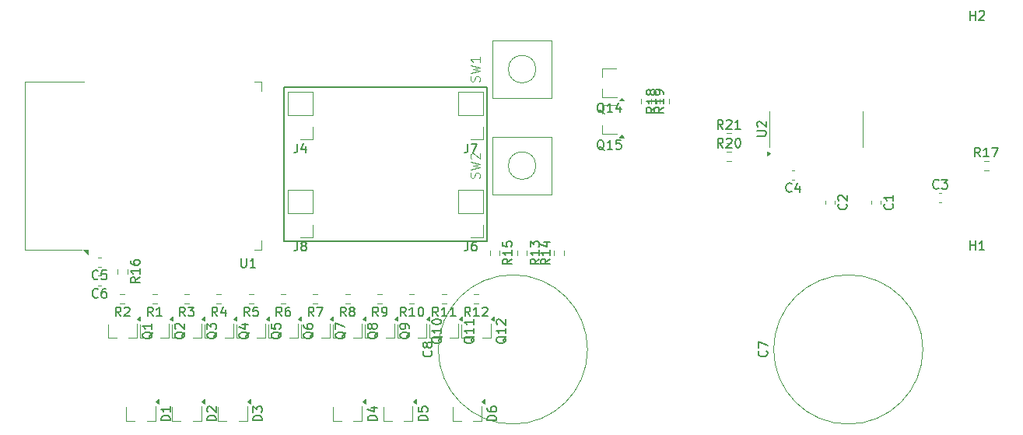
<source format=gbr>
%TF.GenerationSoftware,KiCad,Pcbnew,7.0.10-7.0.10~ubuntu20.04.1*%
%TF.CreationDate,2024-07-22T23:56:06+03:00*%
%TF.ProjectId,Dot-Matrix-Terminal,446f742d-4d61-4747-9269-782d5465726d,rev?*%
%TF.SameCoordinates,PX5f5e100PY5f5e100*%
%TF.FileFunction,Legend,Top*%
%TF.FilePolarity,Positive*%
%FSLAX46Y46*%
G04 Gerber Fmt 4.6, Leading zero omitted, Abs format (unit mm)*
G04 Created by KiCad (PCBNEW 7.0.10-7.0.10~ubuntu20.04.1) date 2024-07-22 23:56:06*
%MOMM*%
%LPD*%
G01*
G04 APERTURE LIST*
%ADD10C,0.150000*%
%ADD11C,0.100000*%
%ADD12C,0.120000*%
G04 APERTURE END LIST*
D10*
X44181000Y-28264002D02*
X22083000Y-28264000D01*
X22083001Y-11500000D01*
X44181000Y-11500000D01*
X44181000Y-28264002D01*
X96738095Y-4154819D02*
X96738095Y-3154819D01*
X96738095Y-3631009D02*
X97309523Y-3631009D01*
X97309523Y-4154819D02*
X97309523Y-3154819D01*
X97738095Y-3250057D02*
X97785714Y-3202438D01*
X97785714Y-3202438D02*
X97880952Y-3154819D01*
X97880952Y-3154819D02*
X98119047Y-3154819D01*
X98119047Y-3154819D02*
X98214285Y-3202438D01*
X98214285Y-3202438D02*
X98261904Y-3250057D01*
X98261904Y-3250057D02*
X98309523Y-3345295D01*
X98309523Y-3345295D02*
X98309523Y-3440533D01*
X98309523Y-3440533D02*
X98261904Y-3583390D01*
X98261904Y-3583390D02*
X97690476Y-4154819D01*
X97690476Y-4154819D02*
X98309523Y-4154819D01*
X96738095Y-29154819D02*
X96738095Y-28154819D01*
X96738095Y-28631009D02*
X97309523Y-28631009D01*
X97309523Y-29154819D02*
X97309523Y-28154819D01*
X98309523Y-29154819D02*
X97738095Y-29154819D01*
X98023809Y-29154819D02*
X98023809Y-28154819D01*
X98023809Y-28154819D02*
X97928571Y-28297676D01*
X97928571Y-28297676D02*
X97833333Y-28392914D01*
X97833333Y-28392914D02*
X97738095Y-28440533D01*
X74609580Y-40166666D02*
X74657200Y-40214285D01*
X74657200Y-40214285D02*
X74704819Y-40357142D01*
X74704819Y-40357142D02*
X74704819Y-40452380D01*
X74704819Y-40452380D02*
X74657200Y-40595237D01*
X74657200Y-40595237D02*
X74561961Y-40690475D01*
X74561961Y-40690475D02*
X74466723Y-40738094D01*
X74466723Y-40738094D02*
X74276247Y-40785713D01*
X74276247Y-40785713D02*
X74133390Y-40785713D01*
X74133390Y-40785713D02*
X73942914Y-40738094D01*
X73942914Y-40738094D02*
X73847676Y-40690475D01*
X73847676Y-40690475D02*
X73752438Y-40595237D01*
X73752438Y-40595237D02*
X73704819Y-40452380D01*
X73704819Y-40452380D02*
X73704819Y-40357142D01*
X73704819Y-40357142D02*
X73752438Y-40214285D01*
X73752438Y-40214285D02*
X73800057Y-40166666D01*
X73704819Y-39833332D02*
X73704819Y-39166666D01*
X73704819Y-39166666D02*
X74704819Y-39595237D01*
X45204819Y-47738094D02*
X44204819Y-47738094D01*
X44204819Y-47738094D02*
X44204819Y-47499999D01*
X44204819Y-47499999D02*
X44252438Y-47357142D01*
X44252438Y-47357142D02*
X44347676Y-47261904D01*
X44347676Y-47261904D02*
X44442914Y-47214285D01*
X44442914Y-47214285D02*
X44633390Y-47166666D01*
X44633390Y-47166666D02*
X44776247Y-47166666D01*
X44776247Y-47166666D02*
X44966723Y-47214285D01*
X44966723Y-47214285D02*
X45061961Y-47261904D01*
X45061961Y-47261904D02*
X45157200Y-47357142D01*
X45157200Y-47357142D02*
X45204819Y-47499999D01*
X45204819Y-47499999D02*
X45204819Y-47738094D01*
X44204819Y-46309523D02*
X44204819Y-46499999D01*
X44204819Y-46499999D02*
X44252438Y-46595237D01*
X44252438Y-46595237D02*
X44300057Y-46642856D01*
X44300057Y-46642856D02*
X44442914Y-46738094D01*
X44442914Y-46738094D02*
X44633390Y-46785713D01*
X44633390Y-46785713D02*
X45014342Y-46785713D01*
X45014342Y-46785713D02*
X45109580Y-46738094D01*
X45109580Y-46738094D02*
X45157200Y-46690475D01*
X45157200Y-46690475D02*
X45204819Y-46595237D01*
X45204819Y-46595237D02*
X45204819Y-46404761D01*
X45204819Y-46404761D02*
X45157200Y-46309523D01*
X45157200Y-46309523D02*
X45109580Y-46261904D01*
X45109580Y-46261904D02*
X45014342Y-46214285D01*
X45014342Y-46214285D02*
X44776247Y-46214285D01*
X44776247Y-46214285D02*
X44681009Y-46261904D01*
X44681009Y-46261904D02*
X44633390Y-46309523D01*
X44633390Y-46309523D02*
X44585771Y-46404761D01*
X44585771Y-46404761D02*
X44585771Y-46595237D01*
X44585771Y-46595237D02*
X44633390Y-46690475D01*
X44633390Y-46690475D02*
X44681009Y-46738094D01*
X44681009Y-46738094D02*
X44776247Y-46785713D01*
X14833333Y-36384819D02*
X14500000Y-35908628D01*
X14261905Y-36384819D02*
X14261905Y-35384819D01*
X14261905Y-35384819D02*
X14642857Y-35384819D01*
X14642857Y-35384819D02*
X14738095Y-35432438D01*
X14738095Y-35432438D02*
X14785714Y-35480057D01*
X14785714Y-35480057D02*
X14833333Y-35575295D01*
X14833333Y-35575295D02*
X14833333Y-35718152D01*
X14833333Y-35718152D02*
X14785714Y-35813390D01*
X14785714Y-35813390D02*
X14738095Y-35861009D01*
X14738095Y-35861009D02*
X14642857Y-35908628D01*
X14642857Y-35908628D02*
X14261905Y-35908628D01*
X15690476Y-35718152D02*
X15690476Y-36384819D01*
X15452381Y-35337200D02*
X15214286Y-36051485D01*
X15214286Y-36051485D02*
X15833333Y-36051485D01*
X21833333Y-36384819D02*
X21500000Y-35908628D01*
X21261905Y-36384819D02*
X21261905Y-35384819D01*
X21261905Y-35384819D02*
X21642857Y-35384819D01*
X21642857Y-35384819D02*
X21738095Y-35432438D01*
X21738095Y-35432438D02*
X21785714Y-35480057D01*
X21785714Y-35480057D02*
X21833333Y-35575295D01*
X21833333Y-35575295D02*
X21833333Y-35718152D01*
X21833333Y-35718152D02*
X21785714Y-35813390D01*
X21785714Y-35813390D02*
X21738095Y-35861009D01*
X21738095Y-35861009D02*
X21642857Y-35908628D01*
X21642857Y-35908628D02*
X21261905Y-35908628D01*
X22690476Y-35384819D02*
X22500000Y-35384819D01*
X22500000Y-35384819D02*
X22404762Y-35432438D01*
X22404762Y-35432438D02*
X22357143Y-35480057D01*
X22357143Y-35480057D02*
X22261905Y-35622914D01*
X22261905Y-35622914D02*
X22214286Y-35813390D01*
X22214286Y-35813390D02*
X22214286Y-36194342D01*
X22214286Y-36194342D02*
X22261905Y-36289580D01*
X22261905Y-36289580D02*
X22309524Y-36337200D01*
X22309524Y-36337200D02*
X22404762Y-36384819D01*
X22404762Y-36384819D02*
X22595238Y-36384819D01*
X22595238Y-36384819D02*
X22690476Y-36337200D01*
X22690476Y-36337200D02*
X22738095Y-36289580D01*
X22738095Y-36289580D02*
X22785714Y-36194342D01*
X22785714Y-36194342D02*
X22785714Y-35956247D01*
X22785714Y-35956247D02*
X22738095Y-35861009D01*
X22738095Y-35861009D02*
X22690476Y-35813390D01*
X22690476Y-35813390D02*
X22595238Y-35765771D01*
X22595238Y-35765771D02*
X22404762Y-35765771D01*
X22404762Y-35765771D02*
X22309524Y-35813390D01*
X22309524Y-35813390D02*
X22261905Y-35861009D01*
X22261905Y-35861009D02*
X22214286Y-35956247D01*
X18300057Y-38095238D02*
X18252438Y-38190476D01*
X18252438Y-38190476D02*
X18157200Y-38285714D01*
X18157200Y-38285714D02*
X18014342Y-38428571D01*
X18014342Y-38428571D02*
X17966723Y-38523809D01*
X17966723Y-38523809D02*
X17966723Y-38619047D01*
X18204819Y-38571428D02*
X18157200Y-38666666D01*
X18157200Y-38666666D02*
X18061961Y-38761904D01*
X18061961Y-38761904D02*
X17871485Y-38809523D01*
X17871485Y-38809523D02*
X17538152Y-38809523D01*
X17538152Y-38809523D02*
X17347676Y-38761904D01*
X17347676Y-38761904D02*
X17252438Y-38666666D01*
X17252438Y-38666666D02*
X17204819Y-38571428D01*
X17204819Y-38571428D02*
X17204819Y-38380952D01*
X17204819Y-38380952D02*
X17252438Y-38285714D01*
X17252438Y-38285714D02*
X17347676Y-38190476D01*
X17347676Y-38190476D02*
X17538152Y-38142857D01*
X17538152Y-38142857D02*
X17871485Y-38142857D01*
X17871485Y-38142857D02*
X18061961Y-38190476D01*
X18061961Y-38190476D02*
X18157200Y-38285714D01*
X18157200Y-38285714D02*
X18204819Y-38380952D01*
X18204819Y-38380952D02*
X18204819Y-38571428D01*
X17538152Y-37285714D02*
X18204819Y-37285714D01*
X17157200Y-37523809D02*
X17871485Y-37761904D01*
X17871485Y-37761904D02*
X17871485Y-37142857D01*
D11*
X43329800Y-10833332D02*
X43377419Y-10690475D01*
X43377419Y-10690475D02*
X43377419Y-10452380D01*
X43377419Y-10452380D02*
X43329800Y-10357142D01*
X43329800Y-10357142D02*
X43282180Y-10309523D01*
X43282180Y-10309523D02*
X43186942Y-10261904D01*
X43186942Y-10261904D02*
X43091704Y-10261904D01*
X43091704Y-10261904D02*
X42996466Y-10309523D01*
X42996466Y-10309523D02*
X42948847Y-10357142D01*
X42948847Y-10357142D02*
X42901228Y-10452380D01*
X42901228Y-10452380D02*
X42853609Y-10642856D01*
X42853609Y-10642856D02*
X42805990Y-10738094D01*
X42805990Y-10738094D02*
X42758371Y-10785713D01*
X42758371Y-10785713D02*
X42663133Y-10833332D01*
X42663133Y-10833332D02*
X42567895Y-10833332D01*
X42567895Y-10833332D02*
X42472657Y-10785713D01*
X42472657Y-10785713D02*
X42425038Y-10738094D01*
X42425038Y-10738094D02*
X42377419Y-10642856D01*
X42377419Y-10642856D02*
X42377419Y-10404761D01*
X42377419Y-10404761D02*
X42425038Y-10261904D01*
X42377419Y-9928570D02*
X43377419Y-9690475D01*
X43377419Y-9690475D02*
X42663133Y-9499999D01*
X42663133Y-9499999D02*
X43377419Y-9309523D01*
X43377419Y-9309523D02*
X42377419Y-9071428D01*
X43377419Y-8166666D02*
X43377419Y-8738094D01*
X43377419Y-8452380D02*
X42377419Y-8452380D01*
X42377419Y-8452380D02*
X42520276Y-8547618D01*
X42520276Y-8547618D02*
X42615514Y-8642856D01*
X42615514Y-8642856D02*
X42663133Y-8738094D01*
D10*
X77333333Y-22789580D02*
X77285714Y-22837200D01*
X77285714Y-22837200D02*
X77142857Y-22884819D01*
X77142857Y-22884819D02*
X77047619Y-22884819D01*
X77047619Y-22884819D02*
X76904762Y-22837200D01*
X76904762Y-22837200D02*
X76809524Y-22741961D01*
X76809524Y-22741961D02*
X76761905Y-22646723D01*
X76761905Y-22646723D02*
X76714286Y-22456247D01*
X76714286Y-22456247D02*
X76714286Y-22313390D01*
X76714286Y-22313390D02*
X76761905Y-22122914D01*
X76761905Y-22122914D02*
X76809524Y-22027676D01*
X76809524Y-22027676D02*
X76904762Y-21932438D01*
X76904762Y-21932438D02*
X77047619Y-21884819D01*
X77047619Y-21884819D02*
X77142857Y-21884819D01*
X77142857Y-21884819D02*
X77285714Y-21932438D01*
X77285714Y-21932438D02*
X77333333Y-21980057D01*
X78190476Y-22218152D02*
X78190476Y-22884819D01*
X77952381Y-21837200D02*
X77714286Y-22551485D01*
X77714286Y-22551485D02*
X78333333Y-22551485D01*
X42800057Y-38571428D02*
X42752438Y-38666666D01*
X42752438Y-38666666D02*
X42657200Y-38761904D01*
X42657200Y-38761904D02*
X42514342Y-38904761D01*
X42514342Y-38904761D02*
X42466723Y-38999999D01*
X42466723Y-38999999D02*
X42466723Y-39095237D01*
X42704819Y-39047618D02*
X42657200Y-39142856D01*
X42657200Y-39142856D02*
X42561961Y-39238094D01*
X42561961Y-39238094D02*
X42371485Y-39285713D01*
X42371485Y-39285713D02*
X42038152Y-39285713D01*
X42038152Y-39285713D02*
X41847676Y-39238094D01*
X41847676Y-39238094D02*
X41752438Y-39142856D01*
X41752438Y-39142856D02*
X41704819Y-39047618D01*
X41704819Y-39047618D02*
X41704819Y-38857142D01*
X41704819Y-38857142D02*
X41752438Y-38761904D01*
X41752438Y-38761904D02*
X41847676Y-38666666D01*
X41847676Y-38666666D02*
X42038152Y-38619047D01*
X42038152Y-38619047D02*
X42371485Y-38619047D01*
X42371485Y-38619047D02*
X42561961Y-38666666D01*
X42561961Y-38666666D02*
X42657200Y-38761904D01*
X42657200Y-38761904D02*
X42704819Y-38857142D01*
X42704819Y-38857142D02*
X42704819Y-39047618D01*
X42704819Y-37666666D02*
X42704819Y-38238094D01*
X42704819Y-37952380D02*
X41704819Y-37952380D01*
X41704819Y-37952380D02*
X41847676Y-38047618D01*
X41847676Y-38047618D02*
X41942914Y-38142856D01*
X41942914Y-38142856D02*
X41990533Y-38238094D01*
X42704819Y-36714285D02*
X42704819Y-37285713D01*
X42704819Y-36999999D02*
X41704819Y-36999999D01*
X41704819Y-36999999D02*
X41847676Y-37095237D01*
X41847676Y-37095237D02*
X41942914Y-37190475D01*
X41942914Y-37190475D02*
X41990533Y-37285713D01*
X28800057Y-38095238D02*
X28752438Y-38190476D01*
X28752438Y-38190476D02*
X28657200Y-38285714D01*
X28657200Y-38285714D02*
X28514342Y-38428571D01*
X28514342Y-38428571D02*
X28466723Y-38523809D01*
X28466723Y-38523809D02*
X28466723Y-38619047D01*
X28704819Y-38571428D02*
X28657200Y-38666666D01*
X28657200Y-38666666D02*
X28561961Y-38761904D01*
X28561961Y-38761904D02*
X28371485Y-38809523D01*
X28371485Y-38809523D02*
X28038152Y-38809523D01*
X28038152Y-38809523D02*
X27847676Y-38761904D01*
X27847676Y-38761904D02*
X27752438Y-38666666D01*
X27752438Y-38666666D02*
X27704819Y-38571428D01*
X27704819Y-38571428D02*
X27704819Y-38380952D01*
X27704819Y-38380952D02*
X27752438Y-38285714D01*
X27752438Y-38285714D02*
X27847676Y-38190476D01*
X27847676Y-38190476D02*
X28038152Y-38142857D01*
X28038152Y-38142857D02*
X28371485Y-38142857D01*
X28371485Y-38142857D02*
X28561961Y-38190476D01*
X28561961Y-38190476D02*
X28657200Y-38285714D01*
X28657200Y-38285714D02*
X28704819Y-38380952D01*
X28704819Y-38380952D02*
X28704819Y-38571428D01*
X27704819Y-37809523D02*
X27704819Y-37142857D01*
X27704819Y-37142857D02*
X28704819Y-37571428D01*
X28833333Y-36384819D02*
X28500000Y-35908628D01*
X28261905Y-36384819D02*
X28261905Y-35384819D01*
X28261905Y-35384819D02*
X28642857Y-35384819D01*
X28642857Y-35384819D02*
X28738095Y-35432438D01*
X28738095Y-35432438D02*
X28785714Y-35480057D01*
X28785714Y-35480057D02*
X28833333Y-35575295D01*
X28833333Y-35575295D02*
X28833333Y-35718152D01*
X28833333Y-35718152D02*
X28785714Y-35813390D01*
X28785714Y-35813390D02*
X28738095Y-35861009D01*
X28738095Y-35861009D02*
X28642857Y-35908628D01*
X28642857Y-35908628D02*
X28261905Y-35908628D01*
X29404762Y-35813390D02*
X29309524Y-35765771D01*
X29309524Y-35765771D02*
X29261905Y-35718152D01*
X29261905Y-35718152D02*
X29214286Y-35622914D01*
X29214286Y-35622914D02*
X29214286Y-35575295D01*
X29214286Y-35575295D02*
X29261905Y-35480057D01*
X29261905Y-35480057D02*
X29309524Y-35432438D01*
X29309524Y-35432438D02*
X29404762Y-35384819D01*
X29404762Y-35384819D02*
X29595238Y-35384819D01*
X29595238Y-35384819D02*
X29690476Y-35432438D01*
X29690476Y-35432438D02*
X29738095Y-35480057D01*
X29738095Y-35480057D02*
X29785714Y-35575295D01*
X29785714Y-35575295D02*
X29785714Y-35622914D01*
X29785714Y-35622914D02*
X29738095Y-35718152D01*
X29738095Y-35718152D02*
X29690476Y-35765771D01*
X29690476Y-35765771D02*
X29595238Y-35813390D01*
X29595238Y-35813390D02*
X29404762Y-35813390D01*
X29404762Y-35813390D02*
X29309524Y-35861009D01*
X29309524Y-35861009D02*
X29261905Y-35908628D01*
X29261905Y-35908628D02*
X29214286Y-36003866D01*
X29214286Y-36003866D02*
X29214286Y-36194342D01*
X29214286Y-36194342D02*
X29261905Y-36289580D01*
X29261905Y-36289580D02*
X29309524Y-36337200D01*
X29309524Y-36337200D02*
X29404762Y-36384819D01*
X29404762Y-36384819D02*
X29595238Y-36384819D01*
X29595238Y-36384819D02*
X29690476Y-36337200D01*
X29690476Y-36337200D02*
X29738095Y-36289580D01*
X29738095Y-36289580D02*
X29785714Y-36194342D01*
X29785714Y-36194342D02*
X29785714Y-36003866D01*
X29785714Y-36003866D02*
X29738095Y-35908628D01*
X29738095Y-35908628D02*
X29690476Y-35861009D01*
X29690476Y-35861009D02*
X29595238Y-35813390D01*
X46884819Y-30142857D02*
X46408628Y-30476190D01*
X46884819Y-30714285D02*
X45884819Y-30714285D01*
X45884819Y-30714285D02*
X45884819Y-30333333D01*
X45884819Y-30333333D02*
X45932438Y-30238095D01*
X45932438Y-30238095D02*
X45980057Y-30190476D01*
X45980057Y-30190476D02*
X46075295Y-30142857D01*
X46075295Y-30142857D02*
X46218152Y-30142857D01*
X46218152Y-30142857D02*
X46313390Y-30190476D01*
X46313390Y-30190476D02*
X46361009Y-30238095D01*
X46361009Y-30238095D02*
X46408628Y-30333333D01*
X46408628Y-30333333D02*
X46408628Y-30714285D01*
X46884819Y-29190476D02*
X46884819Y-29761904D01*
X46884819Y-29476190D02*
X45884819Y-29476190D01*
X45884819Y-29476190D02*
X46027676Y-29571428D01*
X46027676Y-29571428D02*
X46122914Y-29666666D01*
X46122914Y-29666666D02*
X46170533Y-29761904D01*
X45884819Y-28285714D02*
X45884819Y-28761904D01*
X45884819Y-28761904D02*
X46361009Y-28809523D01*
X46361009Y-28809523D02*
X46313390Y-28761904D01*
X46313390Y-28761904D02*
X46265771Y-28666666D01*
X46265771Y-28666666D02*
X46265771Y-28428571D01*
X46265771Y-28428571D02*
X46313390Y-28333333D01*
X46313390Y-28333333D02*
X46361009Y-28285714D01*
X46361009Y-28285714D02*
X46456247Y-28238095D01*
X46456247Y-28238095D02*
X46694342Y-28238095D01*
X46694342Y-28238095D02*
X46789580Y-28285714D01*
X46789580Y-28285714D02*
X46837200Y-28333333D01*
X46837200Y-28333333D02*
X46884819Y-28428571D01*
X46884819Y-28428571D02*
X46884819Y-28666666D01*
X46884819Y-28666666D02*
X46837200Y-28761904D01*
X46837200Y-28761904D02*
X46789580Y-28809523D01*
X51024819Y-30142857D02*
X50548628Y-30476190D01*
X51024819Y-30714285D02*
X50024819Y-30714285D01*
X50024819Y-30714285D02*
X50024819Y-30333333D01*
X50024819Y-30333333D02*
X50072438Y-30238095D01*
X50072438Y-30238095D02*
X50120057Y-30190476D01*
X50120057Y-30190476D02*
X50215295Y-30142857D01*
X50215295Y-30142857D02*
X50358152Y-30142857D01*
X50358152Y-30142857D02*
X50453390Y-30190476D01*
X50453390Y-30190476D02*
X50501009Y-30238095D01*
X50501009Y-30238095D02*
X50548628Y-30333333D01*
X50548628Y-30333333D02*
X50548628Y-30714285D01*
X51024819Y-29190476D02*
X51024819Y-29761904D01*
X51024819Y-29476190D02*
X50024819Y-29476190D01*
X50024819Y-29476190D02*
X50167676Y-29571428D01*
X50167676Y-29571428D02*
X50262914Y-29666666D01*
X50262914Y-29666666D02*
X50310533Y-29761904D01*
X50358152Y-28333333D02*
X51024819Y-28333333D01*
X49977200Y-28571428D02*
X50691485Y-28809523D01*
X50691485Y-28809523D02*
X50691485Y-28190476D01*
X38857142Y-36384819D02*
X38523809Y-35908628D01*
X38285714Y-36384819D02*
X38285714Y-35384819D01*
X38285714Y-35384819D02*
X38666666Y-35384819D01*
X38666666Y-35384819D02*
X38761904Y-35432438D01*
X38761904Y-35432438D02*
X38809523Y-35480057D01*
X38809523Y-35480057D02*
X38857142Y-35575295D01*
X38857142Y-35575295D02*
X38857142Y-35718152D01*
X38857142Y-35718152D02*
X38809523Y-35813390D01*
X38809523Y-35813390D02*
X38761904Y-35861009D01*
X38761904Y-35861009D02*
X38666666Y-35908628D01*
X38666666Y-35908628D02*
X38285714Y-35908628D01*
X39809523Y-36384819D02*
X39238095Y-36384819D01*
X39523809Y-36384819D02*
X39523809Y-35384819D01*
X39523809Y-35384819D02*
X39428571Y-35527676D01*
X39428571Y-35527676D02*
X39333333Y-35622914D01*
X39333333Y-35622914D02*
X39238095Y-35670533D01*
X40761904Y-36384819D02*
X40190476Y-36384819D01*
X40476190Y-36384819D02*
X40476190Y-35384819D01*
X40476190Y-35384819D02*
X40380952Y-35527676D01*
X40380952Y-35527676D02*
X40285714Y-35622914D01*
X40285714Y-35622914D02*
X40190476Y-35670533D01*
X88289580Y-24166666D02*
X88337200Y-24214285D01*
X88337200Y-24214285D02*
X88384819Y-24357142D01*
X88384819Y-24357142D02*
X88384819Y-24452380D01*
X88384819Y-24452380D02*
X88337200Y-24595237D01*
X88337200Y-24595237D02*
X88241961Y-24690475D01*
X88241961Y-24690475D02*
X88146723Y-24738094D01*
X88146723Y-24738094D02*
X87956247Y-24785713D01*
X87956247Y-24785713D02*
X87813390Y-24785713D01*
X87813390Y-24785713D02*
X87622914Y-24738094D01*
X87622914Y-24738094D02*
X87527676Y-24690475D01*
X87527676Y-24690475D02*
X87432438Y-24595237D01*
X87432438Y-24595237D02*
X87384819Y-24452380D01*
X87384819Y-24452380D02*
X87384819Y-24357142D01*
X87384819Y-24357142D02*
X87432438Y-24214285D01*
X87432438Y-24214285D02*
X87480057Y-24166666D01*
X88384819Y-23214285D02*
X88384819Y-23785713D01*
X88384819Y-23499999D02*
X87384819Y-23499999D01*
X87384819Y-23499999D02*
X87527676Y-23595237D01*
X87527676Y-23595237D02*
X87622914Y-23690475D01*
X87622914Y-23690475D02*
X87670533Y-23785713D01*
X7833333Y-36384819D02*
X7500000Y-35908628D01*
X7261905Y-36384819D02*
X7261905Y-35384819D01*
X7261905Y-35384819D02*
X7642857Y-35384819D01*
X7642857Y-35384819D02*
X7738095Y-35432438D01*
X7738095Y-35432438D02*
X7785714Y-35480057D01*
X7785714Y-35480057D02*
X7833333Y-35575295D01*
X7833333Y-35575295D02*
X7833333Y-35718152D01*
X7833333Y-35718152D02*
X7785714Y-35813390D01*
X7785714Y-35813390D02*
X7738095Y-35861009D01*
X7738095Y-35861009D02*
X7642857Y-35908628D01*
X7642857Y-35908628D02*
X7261905Y-35908628D01*
X8785714Y-36384819D02*
X8214286Y-36384819D01*
X8500000Y-36384819D02*
X8500000Y-35384819D01*
X8500000Y-35384819D02*
X8404762Y-35527676D01*
X8404762Y-35527676D02*
X8309524Y-35622914D01*
X8309524Y-35622914D02*
X8214286Y-35670533D01*
X23527665Y-28270819D02*
X23527665Y-28985104D01*
X23527665Y-28985104D02*
X23480046Y-29127961D01*
X23480046Y-29127961D02*
X23384808Y-29223200D01*
X23384808Y-29223200D02*
X23241951Y-29270819D01*
X23241951Y-29270819D02*
X23146713Y-29270819D01*
X24146713Y-28699390D02*
X24051475Y-28651771D01*
X24051475Y-28651771D02*
X24003856Y-28604152D01*
X24003856Y-28604152D02*
X23956237Y-28508914D01*
X23956237Y-28508914D02*
X23956237Y-28461295D01*
X23956237Y-28461295D02*
X24003856Y-28366057D01*
X24003856Y-28366057D02*
X24051475Y-28318438D01*
X24051475Y-28318438D02*
X24146713Y-28270819D01*
X24146713Y-28270819D02*
X24337189Y-28270819D01*
X24337189Y-28270819D02*
X24432427Y-28318438D01*
X24432427Y-28318438D02*
X24480046Y-28366057D01*
X24480046Y-28366057D02*
X24527665Y-28461295D01*
X24527665Y-28461295D02*
X24527665Y-28508914D01*
X24527665Y-28508914D02*
X24480046Y-28604152D01*
X24480046Y-28604152D02*
X24432427Y-28651771D01*
X24432427Y-28651771D02*
X24337189Y-28699390D01*
X24337189Y-28699390D02*
X24146713Y-28699390D01*
X24146713Y-28699390D02*
X24051475Y-28747009D01*
X24051475Y-28747009D02*
X24003856Y-28794628D01*
X24003856Y-28794628D02*
X23956237Y-28889866D01*
X23956237Y-28889866D02*
X23956237Y-29080342D01*
X23956237Y-29080342D02*
X24003856Y-29175580D01*
X24003856Y-29175580D02*
X24051475Y-29223200D01*
X24051475Y-29223200D02*
X24146713Y-29270819D01*
X24146713Y-29270819D02*
X24337189Y-29270819D01*
X24337189Y-29270819D02*
X24432427Y-29223200D01*
X24432427Y-29223200D02*
X24480046Y-29175580D01*
X24480046Y-29175580D02*
X24527665Y-29080342D01*
X24527665Y-29080342D02*
X24527665Y-28889866D01*
X24527665Y-28889866D02*
X24480046Y-28794628D01*
X24480046Y-28794628D02*
X24432427Y-28747009D01*
X24432427Y-28747009D02*
X24337189Y-28699390D01*
X32300057Y-38095238D02*
X32252438Y-38190476D01*
X32252438Y-38190476D02*
X32157200Y-38285714D01*
X32157200Y-38285714D02*
X32014342Y-38428571D01*
X32014342Y-38428571D02*
X31966723Y-38523809D01*
X31966723Y-38523809D02*
X31966723Y-38619047D01*
X32204819Y-38571428D02*
X32157200Y-38666666D01*
X32157200Y-38666666D02*
X32061961Y-38761904D01*
X32061961Y-38761904D02*
X31871485Y-38809523D01*
X31871485Y-38809523D02*
X31538152Y-38809523D01*
X31538152Y-38809523D02*
X31347676Y-38761904D01*
X31347676Y-38761904D02*
X31252438Y-38666666D01*
X31252438Y-38666666D02*
X31204819Y-38571428D01*
X31204819Y-38571428D02*
X31204819Y-38380952D01*
X31204819Y-38380952D02*
X31252438Y-38285714D01*
X31252438Y-38285714D02*
X31347676Y-38190476D01*
X31347676Y-38190476D02*
X31538152Y-38142857D01*
X31538152Y-38142857D02*
X31871485Y-38142857D01*
X31871485Y-38142857D02*
X32061961Y-38190476D01*
X32061961Y-38190476D02*
X32157200Y-38285714D01*
X32157200Y-38285714D02*
X32204819Y-38380952D01*
X32204819Y-38380952D02*
X32204819Y-38571428D01*
X31633390Y-37571428D02*
X31585771Y-37666666D01*
X31585771Y-37666666D02*
X31538152Y-37714285D01*
X31538152Y-37714285D02*
X31442914Y-37761904D01*
X31442914Y-37761904D02*
X31395295Y-37761904D01*
X31395295Y-37761904D02*
X31300057Y-37714285D01*
X31300057Y-37714285D02*
X31252438Y-37666666D01*
X31252438Y-37666666D02*
X31204819Y-37571428D01*
X31204819Y-37571428D02*
X31204819Y-37380952D01*
X31204819Y-37380952D02*
X31252438Y-37285714D01*
X31252438Y-37285714D02*
X31300057Y-37238095D01*
X31300057Y-37238095D02*
X31395295Y-37190476D01*
X31395295Y-37190476D02*
X31442914Y-37190476D01*
X31442914Y-37190476D02*
X31538152Y-37238095D01*
X31538152Y-37238095D02*
X31585771Y-37285714D01*
X31585771Y-37285714D02*
X31633390Y-37380952D01*
X31633390Y-37380952D02*
X31633390Y-37571428D01*
X31633390Y-37571428D02*
X31681009Y-37666666D01*
X31681009Y-37666666D02*
X31728628Y-37714285D01*
X31728628Y-37714285D02*
X31823866Y-37761904D01*
X31823866Y-37761904D02*
X32014342Y-37761904D01*
X32014342Y-37761904D02*
X32109580Y-37714285D01*
X32109580Y-37714285D02*
X32157200Y-37666666D01*
X32157200Y-37666666D02*
X32204819Y-37571428D01*
X32204819Y-37571428D02*
X32204819Y-37380952D01*
X32204819Y-37380952D02*
X32157200Y-37285714D01*
X32157200Y-37285714D02*
X32109580Y-37238095D01*
X32109580Y-37238095D02*
X32014342Y-37190476D01*
X32014342Y-37190476D02*
X31823866Y-37190476D01*
X31823866Y-37190476D02*
X31728628Y-37238095D01*
X31728628Y-37238095D02*
X31681009Y-37285714D01*
X31681009Y-37285714D02*
X31633390Y-37380952D01*
X1833333Y-32289580D02*
X1785714Y-32337200D01*
X1785714Y-32337200D02*
X1642857Y-32384819D01*
X1642857Y-32384819D02*
X1547619Y-32384819D01*
X1547619Y-32384819D02*
X1404762Y-32337200D01*
X1404762Y-32337200D02*
X1309524Y-32241961D01*
X1309524Y-32241961D02*
X1261905Y-32146723D01*
X1261905Y-32146723D02*
X1214286Y-31956247D01*
X1214286Y-31956247D02*
X1214286Y-31813390D01*
X1214286Y-31813390D02*
X1261905Y-31622914D01*
X1261905Y-31622914D02*
X1309524Y-31527676D01*
X1309524Y-31527676D02*
X1404762Y-31432438D01*
X1404762Y-31432438D02*
X1547619Y-31384819D01*
X1547619Y-31384819D02*
X1642857Y-31384819D01*
X1642857Y-31384819D02*
X1785714Y-31432438D01*
X1785714Y-31432438D02*
X1833333Y-31480057D01*
X2738095Y-31384819D02*
X2261905Y-31384819D01*
X2261905Y-31384819D02*
X2214286Y-31861009D01*
X2214286Y-31861009D02*
X2261905Y-31813390D01*
X2261905Y-31813390D02*
X2357143Y-31765771D01*
X2357143Y-31765771D02*
X2595238Y-31765771D01*
X2595238Y-31765771D02*
X2690476Y-31813390D01*
X2690476Y-31813390D02*
X2738095Y-31861009D01*
X2738095Y-31861009D02*
X2785714Y-31956247D01*
X2785714Y-31956247D02*
X2785714Y-32194342D01*
X2785714Y-32194342D02*
X2738095Y-32289580D01*
X2738095Y-32289580D02*
X2690476Y-32337200D01*
X2690476Y-32337200D02*
X2595238Y-32384819D01*
X2595238Y-32384819D02*
X2357143Y-32384819D01*
X2357143Y-32384819D02*
X2261905Y-32337200D01*
X2261905Y-32337200D02*
X2214286Y-32289580D01*
X25333333Y-36384819D02*
X25000000Y-35908628D01*
X24761905Y-36384819D02*
X24761905Y-35384819D01*
X24761905Y-35384819D02*
X25142857Y-35384819D01*
X25142857Y-35384819D02*
X25238095Y-35432438D01*
X25238095Y-35432438D02*
X25285714Y-35480057D01*
X25285714Y-35480057D02*
X25333333Y-35575295D01*
X25333333Y-35575295D02*
X25333333Y-35718152D01*
X25333333Y-35718152D02*
X25285714Y-35813390D01*
X25285714Y-35813390D02*
X25238095Y-35861009D01*
X25238095Y-35861009D02*
X25142857Y-35908628D01*
X25142857Y-35908628D02*
X24761905Y-35908628D01*
X25666667Y-35384819D02*
X26333333Y-35384819D01*
X26333333Y-35384819D02*
X25904762Y-36384819D01*
X6384819Y-32142857D02*
X5908628Y-32476190D01*
X6384819Y-32714285D02*
X5384819Y-32714285D01*
X5384819Y-32714285D02*
X5384819Y-32333333D01*
X5384819Y-32333333D02*
X5432438Y-32238095D01*
X5432438Y-32238095D02*
X5480057Y-32190476D01*
X5480057Y-32190476D02*
X5575295Y-32142857D01*
X5575295Y-32142857D02*
X5718152Y-32142857D01*
X5718152Y-32142857D02*
X5813390Y-32190476D01*
X5813390Y-32190476D02*
X5861009Y-32238095D01*
X5861009Y-32238095D02*
X5908628Y-32333333D01*
X5908628Y-32333333D02*
X5908628Y-32714285D01*
X6384819Y-31190476D02*
X6384819Y-31761904D01*
X6384819Y-31476190D02*
X5384819Y-31476190D01*
X5384819Y-31476190D02*
X5527676Y-31571428D01*
X5527676Y-31571428D02*
X5622914Y-31666666D01*
X5622914Y-31666666D02*
X5670533Y-31761904D01*
X5384819Y-30333333D02*
X5384819Y-30523809D01*
X5384819Y-30523809D02*
X5432438Y-30619047D01*
X5432438Y-30619047D02*
X5480057Y-30666666D01*
X5480057Y-30666666D02*
X5622914Y-30761904D01*
X5622914Y-30761904D02*
X5813390Y-30809523D01*
X5813390Y-30809523D02*
X6194342Y-30809523D01*
X6194342Y-30809523D02*
X6289580Y-30761904D01*
X6289580Y-30761904D02*
X6337200Y-30714285D01*
X6337200Y-30714285D02*
X6384819Y-30619047D01*
X6384819Y-30619047D02*
X6384819Y-30428571D01*
X6384819Y-30428571D02*
X6337200Y-30333333D01*
X6337200Y-30333333D02*
X6289580Y-30285714D01*
X6289580Y-30285714D02*
X6194342Y-30238095D01*
X6194342Y-30238095D02*
X5956247Y-30238095D01*
X5956247Y-30238095D02*
X5861009Y-30285714D01*
X5861009Y-30285714D02*
X5813390Y-30333333D01*
X5813390Y-30333333D02*
X5765771Y-30428571D01*
X5765771Y-30428571D02*
X5765771Y-30619047D01*
X5765771Y-30619047D02*
X5813390Y-30714285D01*
X5813390Y-30714285D02*
X5861009Y-30761904D01*
X5861009Y-30761904D02*
X5956247Y-30809523D01*
X25300057Y-38095238D02*
X25252438Y-38190476D01*
X25252438Y-38190476D02*
X25157200Y-38285714D01*
X25157200Y-38285714D02*
X25014342Y-38428571D01*
X25014342Y-38428571D02*
X24966723Y-38523809D01*
X24966723Y-38523809D02*
X24966723Y-38619047D01*
X25204819Y-38571428D02*
X25157200Y-38666666D01*
X25157200Y-38666666D02*
X25061961Y-38761904D01*
X25061961Y-38761904D02*
X24871485Y-38809523D01*
X24871485Y-38809523D02*
X24538152Y-38809523D01*
X24538152Y-38809523D02*
X24347676Y-38761904D01*
X24347676Y-38761904D02*
X24252438Y-38666666D01*
X24252438Y-38666666D02*
X24204819Y-38571428D01*
X24204819Y-38571428D02*
X24204819Y-38380952D01*
X24204819Y-38380952D02*
X24252438Y-38285714D01*
X24252438Y-38285714D02*
X24347676Y-38190476D01*
X24347676Y-38190476D02*
X24538152Y-38142857D01*
X24538152Y-38142857D02*
X24871485Y-38142857D01*
X24871485Y-38142857D02*
X25061961Y-38190476D01*
X25061961Y-38190476D02*
X25157200Y-38285714D01*
X25157200Y-38285714D02*
X25204819Y-38380952D01*
X25204819Y-38380952D02*
X25204819Y-38571428D01*
X24204819Y-37285714D02*
X24204819Y-37476190D01*
X24204819Y-37476190D02*
X24252438Y-37571428D01*
X24252438Y-37571428D02*
X24300057Y-37619047D01*
X24300057Y-37619047D02*
X24442914Y-37714285D01*
X24442914Y-37714285D02*
X24633390Y-37761904D01*
X24633390Y-37761904D02*
X25014342Y-37761904D01*
X25014342Y-37761904D02*
X25109580Y-37714285D01*
X25109580Y-37714285D02*
X25157200Y-37666666D01*
X25157200Y-37666666D02*
X25204819Y-37571428D01*
X25204819Y-37571428D02*
X25204819Y-37380952D01*
X25204819Y-37380952D02*
X25157200Y-37285714D01*
X25157200Y-37285714D02*
X25109580Y-37238095D01*
X25109580Y-37238095D02*
X25014342Y-37190476D01*
X25014342Y-37190476D02*
X24776247Y-37190476D01*
X24776247Y-37190476D02*
X24681009Y-37238095D01*
X24681009Y-37238095D02*
X24633390Y-37285714D01*
X24633390Y-37285714D02*
X24585771Y-37380952D01*
X24585771Y-37380952D02*
X24585771Y-37571428D01*
X24585771Y-37571428D02*
X24633390Y-37666666D01*
X24633390Y-37666666D02*
X24681009Y-37714285D01*
X24681009Y-37714285D02*
X24776247Y-37761904D01*
X83289580Y-24166666D02*
X83337200Y-24214285D01*
X83337200Y-24214285D02*
X83384819Y-24357142D01*
X83384819Y-24357142D02*
X83384819Y-24452380D01*
X83384819Y-24452380D02*
X83337200Y-24595237D01*
X83337200Y-24595237D02*
X83241961Y-24690475D01*
X83241961Y-24690475D02*
X83146723Y-24738094D01*
X83146723Y-24738094D02*
X82956247Y-24785713D01*
X82956247Y-24785713D02*
X82813390Y-24785713D01*
X82813390Y-24785713D02*
X82622914Y-24738094D01*
X82622914Y-24738094D02*
X82527676Y-24690475D01*
X82527676Y-24690475D02*
X82432438Y-24595237D01*
X82432438Y-24595237D02*
X82384819Y-24452380D01*
X82384819Y-24452380D02*
X82384819Y-24357142D01*
X82384819Y-24357142D02*
X82432438Y-24214285D01*
X82432438Y-24214285D02*
X82480057Y-24166666D01*
X82480057Y-23785713D02*
X82432438Y-23738094D01*
X82432438Y-23738094D02*
X82384819Y-23642856D01*
X82384819Y-23642856D02*
X82384819Y-23404761D01*
X82384819Y-23404761D02*
X82432438Y-23309523D01*
X82432438Y-23309523D02*
X82480057Y-23261904D01*
X82480057Y-23261904D02*
X82575295Y-23214285D01*
X82575295Y-23214285D02*
X82670533Y-23214285D01*
X82670533Y-23214285D02*
X82813390Y-23261904D01*
X82813390Y-23261904D02*
X83384819Y-23833332D01*
X83384819Y-23833332D02*
X83384819Y-23214285D01*
X19704819Y-47738094D02*
X18704819Y-47738094D01*
X18704819Y-47738094D02*
X18704819Y-47499999D01*
X18704819Y-47499999D02*
X18752438Y-47357142D01*
X18752438Y-47357142D02*
X18847676Y-47261904D01*
X18847676Y-47261904D02*
X18942914Y-47214285D01*
X18942914Y-47214285D02*
X19133390Y-47166666D01*
X19133390Y-47166666D02*
X19276247Y-47166666D01*
X19276247Y-47166666D02*
X19466723Y-47214285D01*
X19466723Y-47214285D02*
X19561961Y-47261904D01*
X19561961Y-47261904D02*
X19657200Y-47357142D01*
X19657200Y-47357142D02*
X19704819Y-47499999D01*
X19704819Y-47499999D02*
X19704819Y-47738094D01*
X18704819Y-46833332D02*
X18704819Y-46214285D01*
X18704819Y-46214285D02*
X19085771Y-46547618D01*
X19085771Y-46547618D02*
X19085771Y-46404761D01*
X19085771Y-46404761D02*
X19133390Y-46309523D01*
X19133390Y-46309523D02*
X19181009Y-46261904D01*
X19181009Y-46261904D02*
X19276247Y-46214285D01*
X19276247Y-46214285D02*
X19514342Y-46214285D01*
X19514342Y-46214285D02*
X19609580Y-46261904D01*
X19609580Y-46261904D02*
X19657200Y-46309523D01*
X19657200Y-46309523D02*
X19704819Y-46404761D01*
X19704819Y-46404761D02*
X19704819Y-46690475D01*
X19704819Y-46690475D02*
X19657200Y-46785713D01*
X19657200Y-46785713D02*
X19609580Y-46833332D01*
X14704819Y-47738094D02*
X13704819Y-47738094D01*
X13704819Y-47738094D02*
X13704819Y-47499999D01*
X13704819Y-47499999D02*
X13752438Y-47357142D01*
X13752438Y-47357142D02*
X13847676Y-47261904D01*
X13847676Y-47261904D02*
X13942914Y-47214285D01*
X13942914Y-47214285D02*
X14133390Y-47166666D01*
X14133390Y-47166666D02*
X14276247Y-47166666D01*
X14276247Y-47166666D02*
X14466723Y-47214285D01*
X14466723Y-47214285D02*
X14561961Y-47261904D01*
X14561961Y-47261904D02*
X14657200Y-47357142D01*
X14657200Y-47357142D02*
X14704819Y-47499999D01*
X14704819Y-47499999D02*
X14704819Y-47738094D01*
X13800057Y-46785713D02*
X13752438Y-46738094D01*
X13752438Y-46738094D02*
X13704819Y-46642856D01*
X13704819Y-46642856D02*
X13704819Y-46404761D01*
X13704819Y-46404761D02*
X13752438Y-46309523D01*
X13752438Y-46309523D02*
X13800057Y-46261904D01*
X13800057Y-46261904D02*
X13895295Y-46214285D01*
X13895295Y-46214285D02*
X13990533Y-46214285D01*
X13990533Y-46214285D02*
X14133390Y-46261904D01*
X14133390Y-46261904D02*
X14704819Y-46833332D01*
X14704819Y-46833332D02*
X14704819Y-46214285D01*
X1833333Y-34289580D02*
X1785714Y-34337200D01*
X1785714Y-34337200D02*
X1642857Y-34384819D01*
X1642857Y-34384819D02*
X1547619Y-34384819D01*
X1547619Y-34384819D02*
X1404762Y-34337200D01*
X1404762Y-34337200D02*
X1309524Y-34241961D01*
X1309524Y-34241961D02*
X1261905Y-34146723D01*
X1261905Y-34146723D02*
X1214286Y-33956247D01*
X1214286Y-33956247D02*
X1214286Y-33813390D01*
X1214286Y-33813390D02*
X1261905Y-33622914D01*
X1261905Y-33622914D02*
X1309524Y-33527676D01*
X1309524Y-33527676D02*
X1404762Y-33432438D01*
X1404762Y-33432438D02*
X1547619Y-33384819D01*
X1547619Y-33384819D02*
X1642857Y-33384819D01*
X1642857Y-33384819D02*
X1785714Y-33432438D01*
X1785714Y-33432438D02*
X1833333Y-33480057D01*
X2690476Y-33384819D02*
X2500000Y-33384819D01*
X2500000Y-33384819D02*
X2404762Y-33432438D01*
X2404762Y-33432438D02*
X2357143Y-33480057D01*
X2357143Y-33480057D02*
X2261905Y-33622914D01*
X2261905Y-33622914D02*
X2214286Y-33813390D01*
X2214286Y-33813390D02*
X2214286Y-34194342D01*
X2214286Y-34194342D02*
X2261905Y-34289580D01*
X2261905Y-34289580D02*
X2309524Y-34337200D01*
X2309524Y-34337200D02*
X2404762Y-34384819D01*
X2404762Y-34384819D02*
X2595238Y-34384819D01*
X2595238Y-34384819D02*
X2690476Y-34337200D01*
X2690476Y-34337200D02*
X2738095Y-34289580D01*
X2738095Y-34289580D02*
X2785714Y-34194342D01*
X2785714Y-34194342D02*
X2785714Y-33956247D01*
X2785714Y-33956247D02*
X2738095Y-33861009D01*
X2738095Y-33861009D02*
X2690476Y-33813390D01*
X2690476Y-33813390D02*
X2595238Y-33765771D01*
X2595238Y-33765771D02*
X2404762Y-33765771D01*
X2404762Y-33765771D02*
X2309524Y-33813390D01*
X2309524Y-33813390D02*
X2261905Y-33861009D01*
X2261905Y-33861009D02*
X2214286Y-33956247D01*
X35357142Y-36384819D02*
X35023809Y-35908628D01*
X34785714Y-36384819D02*
X34785714Y-35384819D01*
X34785714Y-35384819D02*
X35166666Y-35384819D01*
X35166666Y-35384819D02*
X35261904Y-35432438D01*
X35261904Y-35432438D02*
X35309523Y-35480057D01*
X35309523Y-35480057D02*
X35357142Y-35575295D01*
X35357142Y-35575295D02*
X35357142Y-35718152D01*
X35357142Y-35718152D02*
X35309523Y-35813390D01*
X35309523Y-35813390D02*
X35261904Y-35861009D01*
X35261904Y-35861009D02*
X35166666Y-35908628D01*
X35166666Y-35908628D02*
X34785714Y-35908628D01*
X36309523Y-36384819D02*
X35738095Y-36384819D01*
X36023809Y-36384819D02*
X36023809Y-35384819D01*
X36023809Y-35384819D02*
X35928571Y-35527676D01*
X35928571Y-35527676D02*
X35833333Y-35622914D01*
X35833333Y-35622914D02*
X35738095Y-35670533D01*
X36928571Y-35384819D02*
X37023809Y-35384819D01*
X37023809Y-35384819D02*
X37119047Y-35432438D01*
X37119047Y-35432438D02*
X37166666Y-35480057D01*
X37166666Y-35480057D02*
X37214285Y-35575295D01*
X37214285Y-35575295D02*
X37261904Y-35765771D01*
X37261904Y-35765771D02*
X37261904Y-36003866D01*
X37261904Y-36003866D02*
X37214285Y-36194342D01*
X37214285Y-36194342D02*
X37166666Y-36289580D01*
X37166666Y-36289580D02*
X37119047Y-36337200D01*
X37119047Y-36337200D02*
X37023809Y-36384819D01*
X37023809Y-36384819D02*
X36928571Y-36384819D01*
X36928571Y-36384819D02*
X36833333Y-36337200D01*
X36833333Y-36337200D02*
X36785714Y-36289580D01*
X36785714Y-36289580D02*
X36738095Y-36194342D01*
X36738095Y-36194342D02*
X36690476Y-36003866D01*
X36690476Y-36003866D02*
X36690476Y-35765771D01*
X36690476Y-35765771D02*
X36738095Y-35575295D01*
X36738095Y-35575295D02*
X36785714Y-35480057D01*
X36785714Y-35480057D02*
X36833333Y-35432438D01*
X36833333Y-35432438D02*
X36928571Y-35384819D01*
X63384819Y-13642857D02*
X62908628Y-13976190D01*
X63384819Y-14214285D02*
X62384819Y-14214285D01*
X62384819Y-14214285D02*
X62384819Y-13833333D01*
X62384819Y-13833333D02*
X62432438Y-13738095D01*
X62432438Y-13738095D02*
X62480057Y-13690476D01*
X62480057Y-13690476D02*
X62575295Y-13642857D01*
X62575295Y-13642857D02*
X62718152Y-13642857D01*
X62718152Y-13642857D02*
X62813390Y-13690476D01*
X62813390Y-13690476D02*
X62861009Y-13738095D01*
X62861009Y-13738095D02*
X62908628Y-13833333D01*
X62908628Y-13833333D02*
X62908628Y-14214285D01*
X63384819Y-12690476D02*
X63384819Y-13261904D01*
X63384819Y-12976190D02*
X62384819Y-12976190D01*
X62384819Y-12976190D02*
X62527676Y-13071428D01*
X62527676Y-13071428D02*
X62622914Y-13166666D01*
X62622914Y-13166666D02*
X62670533Y-13261904D01*
X63384819Y-12214285D02*
X63384819Y-12023809D01*
X63384819Y-12023809D02*
X63337200Y-11928571D01*
X63337200Y-11928571D02*
X63289580Y-11880952D01*
X63289580Y-11880952D02*
X63146723Y-11785714D01*
X63146723Y-11785714D02*
X62956247Y-11738095D01*
X62956247Y-11738095D02*
X62575295Y-11738095D01*
X62575295Y-11738095D02*
X62480057Y-11785714D01*
X62480057Y-11785714D02*
X62432438Y-11833333D01*
X62432438Y-11833333D02*
X62384819Y-11928571D01*
X62384819Y-11928571D02*
X62384819Y-12119047D01*
X62384819Y-12119047D02*
X62432438Y-12214285D01*
X62432438Y-12214285D02*
X62480057Y-12261904D01*
X62480057Y-12261904D02*
X62575295Y-12309523D01*
X62575295Y-12309523D02*
X62813390Y-12309523D01*
X62813390Y-12309523D02*
X62908628Y-12261904D01*
X62908628Y-12261904D02*
X62956247Y-12214285D01*
X62956247Y-12214285D02*
X63003866Y-12119047D01*
X63003866Y-12119047D02*
X63003866Y-11928571D01*
X63003866Y-11928571D02*
X62956247Y-11833333D01*
X62956247Y-11833333D02*
X62908628Y-11785714D01*
X62908628Y-11785714D02*
X62813390Y-11738095D01*
X42069664Y-28270818D02*
X42069664Y-28985103D01*
X42069664Y-28985103D02*
X42022045Y-29127960D01*
X42022045Y-29127960D02*
X41926807Y-29223199D01*
X41926807Y-29223199D02*
X41783950Y-29270818D01*
X41783950Y-29270818D02*
X41688712Y-29270818D01*
X42974426Y-28270818D02*
X42783950Y-28270818D01*
X42783950Y-28270818D02*
X42688712Y-28318437D01*
X42688712Y-28318437D02*
X42641093Y-28366056D01*
X42641093Y-28366056D02*
X42545855Y-28508913D01*
X42545855Y-28508913D02*
X42498236Y-28699389D01*
X42498236Y-28699389D02*
X42498236Y-29080341D01*
X42498236Y-29080341D02*
X42545855Y-29175579D01*
X42545855Y-29175579D02*
X42593474Y-29223199D01*
X42593474Y-29223199D02*
X42688712Y-29270818D01*
X42688712Y-29270818D02*
X42879188Y-29270818D01*
X42879188Y-29270818D02*
X42974426Y-29223199D01*
X42974426Y-29223199D02*
X43022045Y-29175579D01*
X43022045Y-29175579D02*
X43069664Y-29080341D01*
X43069664Y-29080341D02*
X43069664Y-28842246D01*
X43069664Y-28842246D02*
X43022045Y-28747008D01*
X43022045Y-28747008D02*
X42974426Y-28699389D01*
X42974426Y-28699389D02*
X42879188Y-28651770D01*
X42879188Y-28651770D02*
X42688712Y-28651770D01*
X42688712Y-28651770D02*
X42593474Y-28699389D01*
X42593474Y-28699389D02*
X42545855Y-28747008D01*
X42545855Y-28747008D02*
X42498236Y-28842246D01*
X69857142Y-16024819D02*
X69523809Y-15548628D01*
X69285714Y-16024819D02*
X69285714Y-15024819D01*
X69285714Y-15024819D02*
X69666666Y-15024819D01*
X69666666Y-15024819D02*
X69761904Y-15072438D01*
X69761904Y-15072438D02*
X69809523Y-15120057D01*
X69809523Y-15120057D02*
X69857142Y-15215295D01*
X69857142Y-15215295D02*
X69857142Y-15358152D01*
X69857142Y-15358152D02*
X69809523Y-15453390D01*
X69809523Y-15453390D02*
X69761904Y-15501009D01*
X69761904Y-15501009D02*
X69666666Y-15548628D01*
X69666666Y-15548628D02*
X69285714Y-15548628D01*
X70238095Y-15120057D02*
X70285714Y-15072438D01*
X70285714Y-15072438D02*
X70380952Y-15024819D01*
X70380952Y-15024819D02*
X70619047Y-15024819D01*
X70619047Y-15024819D02*
X70714285Y-15072438D01*
X70714285Y-15072438D02*
X70761904Y-15120057D01*
X70761904Y-15120057D02*
X70809523Y-15215295D01*
X70809523Y-15215295D02*
X70809523Y-15310533D01*
X70809523Y-15310533D02*
X70761904Y-15453390D01*
X70761904Y-15453390D02*
X70190476Y-16024819D01*
X70190476Y-16024819D02*
X70809523Y-16024819D01*
X71761904Y-16024819D02*
X71190476Y-16024819D01*
X71476190Y-16024819D02*
X71476190Y-15024819D01*
X71476190Y-15024819D02*
X71380952Y-15167676D01*
X71380952Y-15167676D02*
X71285714Y-15262914D01*
X71285714Y-15262914D02*
X71190476Y-15310533D01*
X23527665Y-17602819D02*
X23527665Y-18317104D01*
X23527665Y-18317104D02*
X23480046Y-18459961D01*
X23480046Y-18459961D02*
X23384808Y-18555200D01*
X23384808Y-18555200D02*
X23241951Y-18602819D01*
X23241951Y-18602819D02*
X23146713Y-18602819D01*
X24432427Y-17936152D02*
X24432427Y-18602819D01*
X24194332Y-17555200D02*
X23956237Y-18269485D01*
X23956237Y-18269485D02*
X24575284Y-18269485D01*
X17418095Y-30064819D02*
X17418095Y-30874342D01*
X17418095Y-30874342D02*
X17465714Y-30969580D01*
X17465714Y-30969580D02*
X17513333Y-31017200D01*
X17513333Y-31017200D02*
X17608571Y-31064819D01*
X17608571Y-31064819D02*
X17799047Y-31064819D01*
X17799047Y-31064819D02*
X17894285Y-31017200D01*
X17894285Y-31017200D02*
X17941904Y-30969580D01*
X17941904Y-30969580D02*
X17989523Y-30874342D01*
X17989523Y-30874342D02*
X17989523Y-30064819D01*
X18989523Y-31064819D02*
X18418095Y-31064819D01*
X18703809Y-31064819D02*
X18703809Y-30064819D01*
X18703809Y-30064819D02*
X18608571Y-30207676D01*
X18608571Y-30207676D02*
X18513333Y-30302914D01*
X18513333Y-30302914D02*
X18418095Y-30350533D01*
X32204819Y-47738094D02*
X31204819Y-47738094D01*
X31204819Y-47738094D02*
X31204819Y-47499999D01*
X31204819Y-47499999D02*
X31252438Y-47357142D01*
X31252438Y-47357142D02*
X31347676Y-47261904D01*
X31347676Y-47261904D02*
X31442914Y-47214285D01*
X31442914Y-47214285D02*
X31633390Y-47166666D01*
X31633390Y-47166666D02*
X31776247Y-47166666D01*
X31776247Y-47166666D02*
X31966723Y-47214285D01*
X31966723Y-47214285D02*
X32061961Y-47261904D01*
X32061961Y-47261904D02*
X32157200Y-47357142D01*
X32157200Y-47357142D02*
X32204819Y-47499999D01*
X32204819Y-47499999D02*
X32204819Y-47738094D01*
X31538152Y-46309523D02*
X32204819Y-46309523D01*
X31157200Y-46547618D02*
X31871485Y-46785713D01*
X31871485Y-46785713D02*
X31871485Y-46166666D01*
X56928571Y-14300057D02*
X56833333Y-14252438D01*
X56833333Y-14252438D02*
X56738095Y-14157200D01*
X56738095Y-14157200D02*
X56595238Y-14014342D01*
X56595238Y-14014342D02*
X56500000Y-13966723D01*
X56500000Y-13966723D02*
X56404762Y-13966723D01*
X56452381Y-14204819D02*
X56357143Y-14157200D01*
X56357143Y-14157200D02*
X56261905Y-14061961D01*
X56261905Y-14061961D02*
X56214286Y-13871485D01*
X56214286Y-13871485D02*
X56214286Y-13538152D01*
X56214286Y-13538152D02*
X56261905Y-13347676D01*
X56261905Y-13347676D02*
X56357143Y-13252438D01*
X56357143Y-13252438D02*
X56452381Y-13204819D01*
X56452381Y-13204819D02*
X56642857Y-13204819D01*
X56642857Y-13204819D02*
X56738095Y-13252438D01*
X56738095Y-13252438D02*
X56833333Y-13347676D01*
X56833333Y-13347676D02*
X56880952Y-13538152D01*
X56880952Y-13538152D02*
X56880952Y-13871485D01*
X56880952Y-13871485D02*
X56833333Y-14061961D01*
X56833333Y-14061961D02*
X56738095Y-14157200D01*
X56738095Y-14157200D02*
X56642857Y-14204819D01*
X56642857Y-14204819D02*
X56452381Y-14204819D01*
X57833333Y-14204819D02*
X57261905Y-14204819D01*
X57547619Y-14204819D02*
X57547619Y-13204819D01*
X57547619Y-13204819D02*
X57452381Y-13347676D01*
X57452381Y-13347676D02*
X57357143Y-13442914D01*
X57357143Y-13442914D02*
X57261905Y-13490533D01*
X58690476Y-13538152D02*
X58690476Y-14204819D01*
X58452381Y-13157200D02*
X58214286Y-13871485D01*
X58214286Y-13871485D02*
X58833333Y-13871485D01*
X69857142Y-18024819D02*
X69523809Y-17548628D01*
X69285714Y-18024819D02*
X69285714Y-17024819D01*
X69285714Y-17024819D02*
X69666666Y-17024819D01*
X69666666Y-17024819D02*
X69761904Y-17072438D01*
X69761904Y-17072438D02*
X69809523Y-17120057D01*
X69809523Y-17120057D02*
X69857142Y-17215295D01*
X69857142Y-17215295D02*
X69857142Y-17358152D01*
X69857142Y-17358152D02*
X69809523Y-17453390D01*
X69809523Y-17453390D02*
X69761904Y-17501009D01*
X69761904Y-17501009D02*
X69666666Y-17548628D01*
X69666666Y-17548628D02*
X69285714Y-17548628D01*
X70238095Y-17120057D02*
X70285714Y-17072438D01*
X70285714Y-17072438D02*
X70380952Y-17024819D01*
X70380952Y-17024819D02*
X70619047Y-17024819D01*
X70619047Y-17024819D02*
X70714285Y-17072438D01*
X70714285Y-17072438D02*
X70761904Y-17120057D01*
X70761904Y-17120057D02*
X70809523Y-17215295D01*
X70809523Y-17215295D02*
X70809523Y-17310533D01*
X70809523Y-17310533D02*
X70761904Y-17453390D01*
X70761904Y-17453390D02*
X70190476Y-18024819D01*
X70190476Y-18024819D02*
X70809523Y-18024819D01*
X71428571Y-17024819D02*
X71523809Y-17024819D01*
X71523809Y-17024819D02*
X71619047Y-17072438D01*
X71619047Y-17072438D02*
X71666666Y-17120057D01*
X71666666Y-17120057D02*
X71714285Y-17215295D01*
X71714285Y-17215295D02*
X71761904Y-17405771D01*
X71761904Y-17405771D02*
X71761904Y-17643866D01*
X71761904Y-17643866D02*
X71714285Y-17834342D01*
X71714285Y-17834342D02*
X71666666Y-17929580D01*
X71666666Y-17929580D02*
X71619047Y-17977200D01*
X71619047Y-17977200D02*
X71523809Y-18024819D01*
X71523809Y-18024819D02*
X71428571Y-18024819D01*
X71428571Y-18024819D02*
X71333333Y-17977200D01*
X71333333Y-17977200D02*
X71285714Y-17929580D01*
X71285714Y-17929580D02*
X71238095Y-17834342D01*
X71238095Y-17834342D02*
X71190476Y-17643866D01*
X71190476Y-17643866D02*
X71190476Y-17405771D01*
X71190476Y-17405771D02*
X71238095Y-17215295D01*
X71238095Y-17215295D02*
X71285714Y-17120057D01*
X71285714Y-17120057D02*
X71333333Y-17072438D01*
X71333333Y-17072438D02*
X71428571Y-17024819D01*
X32333333Y-36384819D02*
X32000000Y-35908628D01*
X31761905Y-36384819D02*
X31761905Y-35384819D01*
X31761905Y-35384819D02*
X32142857Y-35384819D01*
X32142857Y-35384819D02*
X32238095Y-35432438D01*
X32238095Y-35432438D02*
X32285714Y-35480057D01*
X32285714Y-35480057D02*
X32333333Y-35575295D01*
X32333333Y-35575295D02*
X32333333Y-35718152D01*
X32333333Y-35718152D02*
X32285714Y-35813390D01*
X32285714Y-35813390D02*
X32238095Y-35861009D01*
X32238095Y-35861009D02*
X32142857Y-35908628D01*
X32142857Y-35908628D02*
X31761905Y-35908628D01*
X32809524Y-36384819D02*
X33000000Y-36384819D01*
X33000000Y-36384819D02*
X33095238Y-36337200D01*
X33095238Y-36337200D02*
X33142857Y-36289580D01*
X33142857Y-36289580D02*
X33238095Y-36146723D01*
X33238095Y-36146723D02*
X33285714Y-35956247D01*
X33285714Y-35956247D02*
X33285714Y-35575295D01*
X33285714Y-35575295D02*
X33238095Y-35480057D01*
X33238095Y-35480057D02*
X33190476Y-35432438D01*
X33190476Y-35432438D02*
X33095238Y-35384819D01*
X33095238Y-35384819D02*
X32904762Y-35384819D01*
X32904762Y-35384819D02*
X32809524Y-35432438D01*
X32809524Y-35432438D02*
X32761905Y-35480057D01*
X32761905Y-35480057D02*
X32714286Y-35575295D01*
X32714286Y-35575295D02*
X32714286Y-35813390D01*
X32714286Y-35813390D02*
X32761905Y-35908628D01*
X32761905Y-35908628D02*
X32809524Y-35956247D01*
X32809524Y-35956247D02*
X32904762Y-36003866D01*
X32904762Y-36003866D02*
X33095238Y-36003866D01*
X33095238Y-36003866D02*
X33190476Y-35956247D01*
X33190476Y-35956247D02*
X33238095Y-35908628D01*
X33238095Y-35908628D02*
X33285714Y-35813390D01*
X35800057Y-38095238D02*
X35752438Y-38190476D01*
X35752438Y-38190476D02*
X35657200Y-38285714D01*
X35657200Y-38285714D02*
X35514342Y-38428571D01*
X35514342Y-38428571D02*
X35466723Y-38523809D01*
X35466723Y-38523809D02*
X35466723Y-38619047D01*
X35704819Y-38571428D02*
X35657200Y-38666666D01*
X35657200Y-38666666D02*
X35561961Y-38761904D01*
X35561961Y-38761904D02*
X35371485Y-38809523D01*
X35371485Y-38809523D02*
X35038152Y-38809523D01*
X35038152Y-38809523D02*
X34847676Y-38761904D01*
X34847676Y-38761904D02*
X34752438Y-38666666D01*
X34752438Y-38666666D02*
X34704819Y-38571428D01*
X34704819Y-38571428D02*
X34704819Y-38380952D01*
X34704819Y-38380952D02*
X34752438Y-38285714D01*
X34752438Y-38285714D02*
X34847676Y-38190476D01*
X34847676Y-38190476D02*
X35038152Y-38142857D01*
X35038152Y-38142857D02*
X35371485Y-38142857D01*
X35371485Y-38142857D02*
X35561961Y-38190476D01*
X35561961Y-38190476D02*
X35657200Y-38285714D01*
X35657200Y-38285714D02*
X35704819Y-38380952D01*
X35704819Y-38380952D02*
X35704819Y-38571428D01*
X35704819Y-37666666D02*
X35704819Y-37476190D01*
X35704819Y-37476190D02*
X35657200Y-37380952D01*
X35657200Y-37380952D02*
X35609580Y-37333333D01*
X35609580Y-37333333D02*
X35466723Y-37238095D01*
X35466723Y-37238095D02*
X35276247Y-37190476D01*
X35276247Y-37190476D02*
X34895295Y-37190476D01*
X34895295Y-37190476D02*
X34800057Y-37238095D01*
X34800057Y-37238095D02*
X34752438Y-37285714D01*
X34752438Y-37285714D02*
X34704819Y-37380952D01*
X34704819Y-37380952D02*
X34704819Y-37571428D01*
X34704819Y-37571428D02*
X34752438Y-37666666D01*
X34752438Y-37666666D02*
X34800057Y-37714285D01*
X34800057Y-37714285D02*
X34895295Y-37761904D01*
X34895295Y-37761904D02*
X35133390Y-37761904D01*
X35133390Y-37761904D02*
X35228628Y-37714285D01*
X35228628Y-37714285D02*
X35276247Y-37666666D01*
X35276247Y-37666666D02*
X35323866Y-37571428D01*
X35323866Y-37571428D02*
X35323866Y-37380952D01*
X35323866Y-37380952D02*
X35276247Y-37285714D01*
X35276247Y-37285714D02*
X35228628Y-37238095D01*
X35228628Y-37238095D02*
X35133390Y-37190476D01*
X49884819Y-30142857D02*
X49408628Y-30476190D01*
X49884819Y-30714285D02*
X48884819Y-30714285D01*
X48884819Y-30714285D02*
X48884819Y-30333333D01*
X48884819Y-30333333D02*
X48932438Y-30238095D01*
X48932438Y-30238095D02*
X48980057Y-30190476D01*
X48980057Y-30190476D02*
X49075295Y-30142857D01*
X49075295Y-30142857D02*
X49218152Y-30142857D01*
X49218152Y-30142857D02*
X49313390Y-30190476D01*
X49313390Y-30190476D02*
X49361009Y-30238095D01*
X49361009Y-30238095D02*
X49408628Y-30333333D01*
X49408628Y-30333333D02*
X49408628Y-30714285D01*
X49884819Y-29190476D02*
X49884819Y-29761904D01*
X49884819Y-29476190D02*
X48884819Y-29476190D01*
X48884819Y-29476190D02*
X49027676Y-29571428D01*
X49027676Y-29571428D02*
X49122914Y-29666666D01*
X49122914Y-29666666D02*
X49170533Y-29761904D01*
X48884819Y-28857142D02*
X48884819Y-28238095D01*
X48884819Y-28238095D02*
X49265771Y-28571428D01*
X49265771Y-28571428D02*
X49265771Y-28428571D01*
X49265771Y-28428571D02*
X49313390Y-28333333D01*
X49313390Y-28333333D02*
X49361009Y-28285714D01*
X49361009Y-28285714D02*
X49456247Y-28238095D01*
X49456247Y-28238095D02*
X49694342Y-28238095D01*
X49694342Y-28238095D02*
X49789580Y-28285714D01*
X49789580Y-28285714D02*
X49837200Y-28333333D01*
X49837200Y-28333333D02*
X49884819Y-28428571D01*
X49884819Y-28428571D02*
X49884819Y-28714285D01*
X49884819Y-28714285D02*
X49837200Y-28809523D01*
X49837200Y-28809523D02*
X49789580Y-28857142D01*
X11333333Y-36384819D02*
X11000000Y-35908628D01*
X10761905Y-36384819D02*
X10761905Y-35384819D01*
X10761905Y-35384819D02*
X11142857Y-35384819D01*
X11142857Y-35384819D02*
X11238095Y-35432438D01*
X11238095Y-35432438D02*
X11285714Y-35480057D01*
X11285714Y-35480057D02*
X11333333Y-35575295D01*
X11333333Y-35575295D02*
X11333333Y-35718152D01*
X11333333Y-35718152D02*
X11285714Y-35813390D01*
X11285714Y-35813390D02*
X11238095Y-35861009D01*
X11238095Y-35861009D02*
X11142857Y-35908628D01*
X11142857Y-35908628D02*
X10761905Y-35908628D01*
X11666667Y-35384819D02*
X12285714Y-35384819D01*
X12285714Y-35384819D02*
X11952381Y-35765771D01*
X11952381Y-35765771D02*
X12095238Y-35765771D01*
X12095238Y-35765771D02*
X12190476Y-35813390D01*
X12190476Y-35813390D02*
X12238095Y-35861009D01*
X12238095Y-35861009D02*
X12285714Y-35956247D01*
X12285714Y-35956247D02*
X12285714Y-36194342D01*
X12285714Y-36194342D02*
X12238095Y-36289580D01*
X12238095Y-36289580D02*
X12190476Y-36337200D01*
X12190476Y-36337200D02*
X12095238Y-36384819D01*
X12095238Y-36384819D02*
X11809524Y-36384819D01*
X11809524Y-36384819D02*
X11714286Y-36337200D01*
X11714286Y-36337200D02*
X11666667Y-36289580D01*
X18333333Y-36384819D02*
X18000000Y-35908628D01*
X17761905Y-36384819D02*
X17761905Y-35384819D01*
X17761905Y-35384819D02*
X18142857Y-35384819D01*
X18142857Y-35384819D02*
X18238095Y-35432438D01*
X18238095Y-35432438D02*
X18285714Y-35480057D01*
X18285714Y-35480057D02*
X18333333Y-35575295D01*
X18333333Y-35575295D02*
X18333333Y-35718152D01*
X18333333Y-35718152D02*
X18285714Y-35813390D01*
X18285714Y-35813390D02*
X18238095Y-35861009D01*
X18238095Y-35861009D02*
X18142857Y-35908628D01*
X18142857Y-35908628D02*
X17761905Y-35908628D01*
X19238095Y-35384819D02*
X18761905Y-35384819D01*
X18761905Y-35384819D02*
X18714286Y-35861009D01*
X18714286Y-35861009D02*
X18761905Y-35813390D01*
X18761905Y-35813390D02*
X18857143Y-35765771D01*
X18857143Y-35765771D02*
X19095238Y-35765771D01*
X19095238Y-35765771D02*
X19190476Y-35813390D01*
X19190476Y-35813390D02*
X19238095Y-35861009D01*
X19238095Y-35861009D02*
X19285714Y-35956247D01*
X19285714Y-35956247D02*
X19285714Y-36194342D01*
X19285714Y-36194342D02*
X19238095Y-36289580D01*
X19238095Y-36289580D02*
X19190476Y-36337200D01*
X19190476Y-36337200D02*
X19095238Y-36384819D01*
X19095238Y-36384819D02*
X18857143Y-36384819D01*
X18857143Y-36384819D02*
X18761905Y-36337200D01*
X18761905Y-36337200D02*
X18714286Y-36289580D01*
X56928571Y-18300057D02*
X56833333Y-18252438D01*
X56833333Y-18252438D02*
X56738095Y-18157200D01*
X56738095Y-18157200D02*
X56595238Y-18014342D01*
X56595238Y-18014342D02*
X56500000Y-17966723D01*
X56500000Y-17966723D02*
X56404762Y-17966723D01*
X56452381Y-18204819D02*
X56357143Y-18157200D01*
X56357143Y-18157200D02*
X56261905Y-18061961D01*
X56261905Y-18061961D02*
X56214286Y-17871485D01*
X56214286Y-17871485D02*
X56214286Y-17538152D01*
X56214286Y-17538152D02*
X56261905Y-17347676D01*
X56261905Y-17347676D02*
X56357143Y-17252438D01*
X56357143Y-17252438D02*
X56452381Y-17204819D01*
X56452381Y-17204819D02*
X56642857Y-17204819D01*
X56642857Y-17204819D02*
X56738095Y-17252438D01*
X56738095Y-17252438D02*
X56833333Y-17347676D01*
X56833333Y-17347676D02*
X56880952Y-17538152D01*
X56880952Y-17538152D02*
X56880952Y-17871485D01*
X56880952Y-17871485D02*
X56833333Y-18061961D01*
X56833333Y-18061961D02*
X56738095Y-18157200D01*
X56738095Y-18157200D02*
X56642857Y-18204819D01*
X56642857Y-18204819D02*
X56452381Y-18204819D01*
X57833333Y-18204819D02*
X57261905Y-18204819D01*
X57547619Y-18204819D02*
X57547619Y-17204819D01*
X57547619Y-17204819D02*
X57452381Y-17347676D01*
X57452381Y-17347676D02*
X57357143Y-17442914D01*
X57357143Y-17442914D02*
X57261905Y-17490533D01*
X58738095Y-17204819D02*
X58261905Y-17204819D01*
X58261905Y-17204819D02*
X58214286Y-17681009D01*
X58214286Y-17681009D02*
X58261905Y-17633390D01*
X58261905Y-17633390D02*
X58357143Y-17585771D01*
X58357143Y-17585771D02*
X58595238Y-17585771D01*
X58595238Y-17585771D02*
X58690476Y-17633390D01*
X58690476Y-17633390D02*
X58738095Y-17681009D01*
X58738095Y-17681009D02*
X58785714Y-17776247D01*
X58785714Y-17776247D02*
X58785714Y-18014342D01*
X58785714Y-18014342D02*
X58738095Y-18109580D01*
X58738095Y-18109580D02*
X58690476Y-18157200D01*
X58690476Y-18157200D02*
X58595238Y-18204819D01*
X58595238Y-18204819D02*
X58357143Y-18204819D01*
X58357143Y-18204819D02*
X58261905Y-18157200D01*
X58261905Y-18157200D02*
X58214286Y-18109580D01*
X38109580Y-40166666D02*
X38157200Y-40214285D01*
X38157200Y-40214285D02*
X38204819Y-40357142D01*
X38204819Y-40357142D02*
X38204819Y-40452380D01*
X38204819Y-40452380D02*
X38157200Y-40595237D01*
X38157200Y-40595237D02*
X38061961Y-40690475D01*
X38061961Y-40690475D02*
X37966723Y-40738094D01*
X37966723Y-40738094D02*
X37776247Y-40785713D01*
X37776247Y-40785713D02*
X37633390Y-40785713D01*
X37633390Y-40785713D02*
X37442914Y-40738094D01*
X37442914Y-40738094D02*
X37347676Y-40690475D01*
X37347676Y-40690475D02*
X37252438Y-40595237D01*
X37252438Y-40595237D02*
X37204819Y-40452380D01*
X37204819Y-40452380D02*
X37204819Y-40357142D01*
X37204819Y-40357142D02*
X37252438Y-40214285D01*
X37252438Y-40214285D02*
X37300057Y-40166666D01*
X37633390Y-39595237D02*
X37585771Y-39690475D01*
X37585771Y-39690475D02*
X37538152Y-39738094D01*
X37538152Y-39738094D02*
X37442914Y-39785713D01*
X37442914Y-39785713D02*
X37395295Y-39785713D01*
X37395295Y-39785713D02*
X37300057Y-39738094D01*
X37300057Y-39738094D02*
X37252438Y-39690475D01*
X37252438Y-39690475D02*
X37204819Y-39595237D01*
X37204819Y-39595237D02*
X37204819Y-39404761D01*
X37204819Y-39404761D02*
X37252438Y-39309523D01*
X37252438Y-39309523D02*
X37300057Y-39261904D01*
X37300057Y-39261904D02*
X37395295Y-39214285D01*
X37395295Y-39214285D02*
X37442914Y-39214285D01*
X37442914Y-39214285D02*
X37538152Y-39261904D01*
X37538152Y-39261904D02*
X37585771Y-39309523D01*
X37585771Y-39309523D02*
X37633390Y-39404761D01*
X37633390Y-39404761D02*
X37633390Y-39595237D01*
X37633390Y-39595237D02*
X37681009Y-39690475D01*
X37681009Y-39690475D02*
X37728628Y-39738094D01*
X37728628Y-39738094D02*
X37823866Y-39785713D01*
X37823866Y-39785713D02*
X38014342Y-39785713D01*
X38014342Y-39785713D02*
X38109580Y-39738094D01*
X38109580Y-39738094D02*
X38157200Y-39690475D01*
X38157200Y-39690475D02*
X38204819Y-39595237D01*
X38204819Y-39595237D02*
X38204819Y-39404761D01*
X38204819Y-39404761D02*
X38157200Y-39309523D01*
X38157200Y-39309523D02*
X38109580Y-39261904D01*
X38109580Y-39261904D02*
X38014342Y-39214285D01*
X38014342Y-39214285D02*
X37823866Y-39214285D01*
X37823866Y-39214285D02*
X37728628Y-39261904D01*
X37728628Y-39261904D02*
X37681009Y-39309523D01*
X37681009Y-39309523D02*
X37633390Y-39404761D01*
X46300057Y-38571428D02*
X46252438Y-38666666D01*
X46252438Y-38666666D02*
X46157200Y-38761904D01*
X46157200Y-38761904D02*
X46014342Y-38904761D01*
X46014342Y-38904761D02*
X45966723Y-38999999D01*
X45966723Y-38999999D02*
X45966723Y-39095237D01*
X46204819Y-39047618D02*
X46157200Y-39142856D01*
X46157200Y-39142856D02*
X46061961Y-39238094D01*
X46061961Y-39238094D02*
X45871485Y-39285713D01*
X45871485Y-39285713D02*
X45538152Y-39285713D01*
X45538152Y-39285713D02*
X45347676Y-39238094D01*
X45347676Y-39238094D02*
X45252438Y-39142856D01*
X45252438Y-39142856D02*
X45204819Y-39047618D01*
X45204819Y-39047618D02*
X45204819Y-38857142D01*
X45204819Y-38857142D02*
X45252438Y-38761904D01*
X45252438Y-38761904D02*
X45347676Y-38666666D01*
X45347676Y-38666666D02*
X45538152Y-38619047D01*
X45538152Y-38619047D02*
X45871485Y-38619047D01*
X45871485Y-38619047D02*
X46061961Y-38666666D01*
X46061961Y-38666666D02*
X46157200Y-38761904D01*
X46157200Y-38761904D02*
X46204819Y-38857142D01*
X46204819Y-38857142D02*
X46204819Y-39047618D01*
X46204819Y-37666666D02*
X46204819Y-38238094D01*
X46204819Y-37952380D02*
X45204819Y-37952380D01*
X45204819Y-37952380D02*
X45347676Y-38047618D01*
X45347676Y-38047618D02*
X45442914Y-38142856D01*
X45442914Y-38142856D02*
X45490533Y-38238094D01*
X45300057Y-37285713D02*
X45252438Y-37238094D01*
X45252438Y-37238094D02*
X45204819Y-37142856D01*
X45204819Y-37142856D02*
X45204819Y-36904761D01*
X45204819Y-36904761D02*
X45252438Y-36809523D01*
X45252438Y-36809523D02*
X45300057Y-36761904D01*
X45300057Y-36761904D02*
X45395295Y-36714285D01*
X45395295Y-36714285D02*
X45490533Y-36714285D01*
X45490533Y-36714285D02*
X45633390Y-36761904D01*
X45633390Y-36761904D02*
X46204819Y-37333332D01*
X46204819Y-37333332D02*
X46204819Y-36714285D01*
X73554819Y-16761904D02*
X74364342Y-16761904D01*
X74364342Y-16761904D02*
X74459580Y-16714285D01*
X74459580Y-16714285D02*
X74507200Y-16666666D01*
X74507200Y-16666666D02*
X74554819Y-16571428D01*
X74554819Y-16571428D02*
X74554819Y-16380952D01*
X74554819Y-16380952D02*
X74507200Y-16285714D01*
X74507200Y-16285714D02*
X74459580Y-16238095D01*
X74459580Y-16238095D02*
X74364342Y-16190476D01*
X74364342Y-16190476D02*
X73554819Y-16190476D01*
X73650057Y-15761904D02*
X73602438Y-15714285D01*
X73602438Y-15714285D02*
X73554819Y-15619047D01*
X73554819Y-15619047D02*
X73554819Y-15380952D01*
X73554819Y-15380952D02*
X73602438Y-15285714D01*
X73602438Y-15285714D02*
X73650057Y-15238095D01*
X73650057Y-15238095D02*
X73745295Y-15190476D01*
X73745295Y-15190476D02*
X73840533Y-15190476D01*
X73840533Y-15190476D02*
X73983390Y-15238095D01*
X73983390Y-15238095D02*
X74554819Y-15809523D01*
X74554819Y-15809523D02*
X74554819Y-15190476D01*
D11*
X43329800Y-21333332D02*
X43377419Y-21190475D01*
X43377419Y-21190475D02*
X43377419Y-20952380D01*
X43377419Y-20952380D02*
X43329800Y-20857142D01*
X43329800Y-20857142D02*
X43282180Y-20809523D01*
X43282180Y-20809523D02*
X43186942Y-20761904D01*
X43186942Y-20761904D02*
X43091704Y-20761904D01*
X43091704Y-20761904D02*
X42996466Y-20809523D01*
X42996466Y-20809523D02*
X42948847Y-20857142D01*
X42948847Y-20857142D02*
X42901228Y-20952380D01*
X42901228Y-20952380D02*
X42853609Y-21142856D01*
X42853609Y-21142856D02*
X42805990Y-21238094D01*
X42805990Y-21238094D02*
X42758371Y-21285713D01*
X42758371Y-21285713D02*
X42663133Y-21333332D01*
X42663133Y-21333332D02*
X42567895Y-21333332D01*
X42567895Y-21333332D02*
X42472657Y-21285713D01*
X42472657Y-21285713D02*
X42425038Y-21238094D01*
X42425038Y-21238094D02*
X42377419Y-21142856D01*
X42377419Y-21142856D02*
X42377419Y-20904761D01*
X42377419Y-20904761D02*
X42425038Y-20761904D01*
X42377419Y-20428570D02*
X43377419Y-20190475D01*
X43377419Y-20190475D02*
X42663133Y-19999999D01*
X42663133Y-19999999D02*
X43377419Y-19809523D01*
X43377419Y-19809523D02*
X42377419Y-19571428D01*
X42472657Y-19238094D02*
X42425038Y-19190475D01*
X42425038Y-19190475D02*
X42377419Y-19095237D01*
X42377419Y-19095237D02*
X42377419Y-18857142D01*
X42377419Y-18857142D02*
X42425038Y-18761904D01*
X42425038Y-18761904D02*
X42472657Y-18714285D01*
X42472657Y-18714285D02*
X42567895Y-18666666D01*
X42567895Y-18666666D02*
X42663133Y-18666666D01*
X42663133Y-18666666D02*
X42805990Y-18714285D01*
X42805990Y-18714285D02*
X43377419Y-19285713D01*
X43377419Y-19285713D02*
X43377419Y-18666666D01*
D10*
X42069664Y-17602818D02*
X42069664Y-18317103D01*
X42069664Y-18317103D02*
X42022045Y-18459960D01*
X42022045Y-18459960D02*
X41926807Y-18555199D01*
X41926807Y-18555199D02*
X41783950Y-18602818D01*
X41783950Y-18602818D02*
X41688712Y-18602818D01*
X42450617Y-17602818D02*
X43117283Y-17602818D01*
X43117283Y-17602818D02*
X42688712Y-18602818D01*
X11300057Y-38095238D02*
X11252438Y-38190476D01*
X11252438Y-38190476D02*
X11157200Y-38285714D01*
X11157200Y-38285714D02*
X11014342Y-38428571D01*
X11014342Y-38428571D02*
X10966723Y-38523809D01*
X10966723Y-38523809D02*
X10966723Y-38619047D01*
X11204819Y-38571428D02*
X11157200Y-38666666D01*
X11157200Y-38666666D02*
X11061961Y-38761904D01*
X11061961Y-38761904D02*
X10871485Y-38809523D01*
X10871485Y-38809523D02*
X10538152Y-38809523D01*
X10538152Y-38809523D02*
X10347676Y-38761904D01*
X10347676Y-38761904D02*
X10252438Y-38666666D01*
X10252438Y-38666666D02*
X10204819Y-38571428D01*
X10204819Y-38571428D02*
X10204819Y-38380952D01*
X10204819Y-38380952D02*
X10252438Y-38285714D01*
X10252438Y-38285714D02*
X10347676Y-38190476D01*
X10347676Y-38190476D02*
X10538152Y-38142857D01*
X10538152Y-38142857D02*
X10871485Y-38142857D01*
X10871485Y-38142857D02*
X11061961Y-38190476D01*
X11061961Y-38190476D02*
X11157200Y-38285714D01*
X11157200Y-38285714D02*
X11204819Y-38380952D01*
X11204819Y-38380952D02*
X11204819Y-38571428D01*
X10300057Y-37761904D02*
X10252438Y-37714285D01*
X10252438Y-37714285D02*
X10204819Y-37619047D01*
X10204819Y-37619047D02*
X10204819Y-37380952D01*
X10204819Y-37380952D02*
X10252438Y-37285714D01*
X10252438Y-37285714D02*
X10300057Y-37238095D01*
X10300057Y-37238095D02*
X10395295Y-37190476D01*
X10395295Y-37190476D02*
X10490533Y-37190476D01*
X10490533Y-37190476D02*
X10633390Y-37238095D01*
X10633390Y-37238095D02*
X11204819Y-37809523D01*
X11204819Y-37809523D02*
X11204819Y-37190476D01*
X97857142Y-19024819D02*
X97523809Y-18548628D01*
X97285714Y-19024819D02*
X97285714Y-18024819D01*
X97285714Y-18024819D02*
X97666666Y-18024819D01*
X97666666Y-18024819D02*
X97761904Y-18072438D01*
X97761904Y-18072438D02*
X97809523Y-18120057D01*
X97809523Y-18120057D02*
X97857142Y-18215295D01*
X97857142Y-18215295D02*
X97857142Y-18358152D01*
X97857142Y-18358152D02*
X97809523Y-18453390D01*
X97809523Y-18453390D02*
X97761904Y-18501009D01*
X97761904Y-18501009D02*
X97666666Y-18548628D01*
X97666666Y-18548628D02*
X97285714Y-18548628D01*
X98809523Y-19024819D02*
X98238095Y-19024819D01*
X98523809Y-19024819D02*
X98523809Y-18024819D01*
X98523809Y-18024819D02*
X98428571Y-18167676D01*
X98428571Y-18167676D02*
X98333333Y-18262914D01*
X98333333Y-18262914D02*
X98238095Y-18310533D01*
X99142857Y-18024819D02*
X99809523Y-18024819D01*
X99809523Y-18024819D02*
X99380952Y-19024819D01*
X7800057Y-38095238D02*
X7752438Y-38190476D01*
X7752438Y-38190476D02*
X7657200Y-38285714D01*
X7657200Y-38285714D02*
X7514342Y-38428571D01*
X7514342Y-38428571D02*
X7466723Y-38523809D01*
X7466723Y-38523809D02*
X7466723Y-38619047D01*
X7704819Y-38571428D02*
X7657200Y-38666666D01*
X7657200Y-38666666D02*
X7561961Y-38761904D01*
X7561961Y-38761904D02*
X7371485Y-38809523D01*
X7371485Y-38809523D02*
X7038152Y-38809523D01*
X7038152Y-38809523D02*
X6847676Y-38761904D01*
X6847676Y-38761904D02*
X6752438Y-38666666D01*
X6752438Y-38666666D02*
X6704819Y-38571428D01*
X6704819Y-38571428D02*
X6704819Y-38380952D01*
X6704819Y-38380952D02*
X6752438Y-38285714D01*
X6752438Y-38285714D02*
X6847676Y-38190476D01*
X6847676Y-38190476D02*
X7038152Y-38142857D01*
X7038152Y-38142857D02*
X7371485Y-38142857D01*
X7371485Y-38142857D02*
X7561961Y-38190476D01*
X7561961Y-38190476D02*
X7657200Y-38285714D01*
X7657200Y-38285714D02*
X7704819Y-38380952D01*
X7704819Y-38380952D02*
X7704819Y-38571428D01*
X7704819Y-37190476D02*
X7704819Y-37761904D01*
X7704819Y-37476190D02*
X6704819Y-37476190D01*
X6704819Y-37476190D02*
X6847676Y-37571428D01*
X6847676Y-37571428D02*
X6942914Y-37666666D01*
X6942914Y-37666666D02*
X6990533Y-37761904D01*
X62524819Y-13642857D02*
X62048628Y-13976190D01*
X62524819Y-14214285D02*
X61524819Y-14214285D01*
X61524819Y-14214285D02*
X61524819Y-13833333D01*
X61524819Y-13833333D02*
X61572438Y-13738095D01*
X61572438Y-13738095D02*
X61620057Y-13690476D01*
X61620057Y-13690476D02*
X61715295Y-13642857D01*
X61715295Y-13642857D02*
X61858152Y-13642857D01*
X61858152Y-13642857D02*
X61953390Y-13690476D01*
X61953390Y-13690476D02*
X62001009Y-13738095D01*
X62001009Y-13738095D02*
X62048628Y-13833333D01*
X62048628Y-13833333D02*
X62048628Y-14214285D01*
X62524819Y-12690476D02*
X62524819Y-13261904D01*
X62524819Y-12976190D02*
X61524819Y-12976190D01*
X61524819Y-12976190D02*
X61667676Y-13071428D01*
X61667676Y-13071428D02*
X61762914Y-13166666D01*
X61762914Y-13166666D02*
X61810533Y-13261904D01*
X61953390Y-12119047D02*
X61905771Y-12214285D01*
X61905771Y-12214285D02*
X61858152Y-12261904D01*
X61858152Y-12261904D02*
X61762914Y-12309523D01*
X61762914Y-12309523D02*
X61715295Y-12309523D01*
X61715295Y-12309523D02*
X61620057Y-12261904D01*
X61620057Y-12261904D02*
X61572438Y-12214285D01*
X61572438Y-12214285D02*
X61524819Y-12119047D01*
X61524819Y-12119047D02*
X61524819Y-11928571D01*
X61524819Y-11928571D02*
X61572438Y-11833333D01*
X61572438Y-11833333D02*
X61620057Y-11785714D01*
X61620057Y-11785714D02*
X61715295Y-11738095D01*
X61715295Y-11738095D02*
X61762914Y-11738095D01*
X61762914Y-11738095D02*
X61858152Y-11785714D01*
X61858152Y-11785714D02*
X61905771Y-11833333D01*
X61905771Y-11833333D02*
X61953390Y-11928571D01*
X61953390Y-11928571D02*
X61953390Y-12119047D01*
X61953390Y-12119047D02*
X62001009Y-12214285D01*
X62001009Y-12214285D02*
X62048628Y-12261904D01*
X62048628Y-12261904D02*
X62143866Y-12309523D01*
X62143866Y-12309523D02*
X62334342Y-12309523D01*
X62334342Y-12309523D02*
X62429580Y-12261904D01*
X62429580Y-12261904D02*
X62477200Y-12214285D01*
X62477200Y-12214285D02*
X62524819Y-12119047D01*
X62524819Y-12119047D02*
X62524819Y-11928571D01*
X62524819Y-11928571D02*
X62477200Y-11833333D01*
X62477200Y-11833333D02*
X62429580Y-11785714D01*
X62429580Y-11785714D02*
X62334342Y-11738095D01*
X62334342Y-11738095D02*
X62143866Y-11738095D01*
X62143866Y-11738095D02*
X62048628Y-11785714D01*
X62048628Y-11785714D02*
X62001009Y-11833333D01*
X62001009Y-11833333D02*
X61953390Y-11928571D01*
X4333333Y-36384819D02*
X4000000Y-35908628D01*
X3761905Y-36384819D02*
X3761905Y-35384819D01*
X3761905Y-35384819D02*
X4142857Y-35384819D01*
X4142857Y-35384819D02*
X4238095Y-35432438D01*
X4238095Y-35432438D02*
X4285714Y-35480057D01*
X4285714Y-35480057D02*
X4333333Y-35575295D01*
X4333333Y-35575295D02*
X4333333Y-35718152D01*
X4333333Y-35718152D02*
X4285714Y-35813390D01*
X4285714Y-35813390D02*
X4238095Y-35861009D01*
X4238095Y-35861009D02*
X4142857Y-35908628D01*
X4142857Y-35908628D02*
X3761905Y-35908628D01*
X4714286Y-35480057D02*
X4761905Y-35432438D01*
X4761905Y-35432438D02*
X4857143Y-35384819D01*
X4857143Y-35384819D02*
X5095238Y-35384819D01*
X5095238Y-35384819D02*
X5190476Y-35432438D01*
X5190476Y-35432438D02*
X5238095Y-35480057D01*
X5238095Y-35480057D02*
X5285714Y-35575295D01*
X5285714Y-35575295D02*
X5285714Y-35670533D01*
X5285714Y-35670533D02*
X5238095Y-35813390D01*
X5238095Y-35813390D02*
X4666667Y-36384819D01*
X4666667Y-36384819D02*
X5285714Y-36384819D01*
X14800057Y-38095238D02*
X14752438Y-38190476D01*
X14752438Y-38190476D02*
X14657200Y-38285714D01*
X14657200Y-38285714D02*
X14514342Y-38428571D01*
X14514342Y-38428571D02*
X14466723Y-38523809D01*
X14466723Y-38523809D02*
X14466723Y-38619047D01*
X14704819Y-38571428D02*
X14657200Y-38666666D01*
X14657200Y-38666666D02*
X14561961Y-38761904D01*
X14561961Y-38761904D02*
X14371485Y-38809523D01*
X14371485Y-38809523D02*
X14038152Y-38809523D01*
X14038152Y-38809523D02*
X13847676Y-38761904D01*
X13847676Y-38761904D02*
X13752438Y-38666666D01*
X13752438Y-38666666D02*
X13704819Y-38571428D01*
X13704819Y-38571428D02*
X13704819Y-38380952D01*
X13704819Y-38380952D02*
X13752438Y-38285714D01*
X13752438Y-38285714D02*
X13847676Y-38190476D01*
X13847676Y-38190476D02*
X14038152Y-38142857D01*
X14038152Y-38142857D02*
X14371485Y-38142857D01*
X14371485Y-38142857D02*
X14561961Y-38190476D01*
X14561961Y-38190476D02*
X14657200Y-38285714D01*
X14657200Y-38285714D02*
X14704819Y-38380952D01*
X14704819Y-38380952D02*
X14704819Y-38571428D01*
X13704819Y-37809523D02*
X13704819Y-37190476D01*
X13704819Y-37190476D02*
X14085771Y-37523809D01*
X14085771Y-37523809D02*
X14085771Y-37380952D01*
X14085771Y-37380952D02*
X14133390Y-37285714D01*
X14133390Y-37285714D02*
X14181009Y-37238095D01*
X14181009Y-37238095D02*
X14276247Y-37190476D01*
X14276247Y-37190476D02*
X14514342Y-37190476D01*
X14514342Y-37190476D02*
X14609580Y-37238095D01*
X14609580Y-37238095D02*
X14657200Y-37285714D01*
X14657200Y-37285714D02*
X14704819Y-37380952D01*
X14704819Y-37380952D02*
X14704819Y-37666666D01*
X14704819Y-37666666D02*
X14657200Y-37761904D01*
X14657200Y-37761904D02*
X14609580Y-37809523D01*
X9704819Y-47738094D02*
X8704819Y-47738094D01*
X8704819Y-47738094D02*
X8704819Y-47499999D01*
X8704819Y-47499999D02*
X8752438Y-47357142D01*
X8752438Y-47357142D02*
X8847676Y-47261904D01*
X8847676Y-47261904D02*
X8942914Y-47214285D01*
X8942914Y-47214285D02*
X9133390Y-47166666D01*
X9133390Y-47166666D02*
X9276247Y-47166666D01*
X9276247Y-47166666D02*
X9466723Y-47214285D01*
X9466723Y-47214285D02*
X9561961Y-47261904D01*
X9561961Y-47261904D02*
X9657200Y-47357142D01*
X9657200Y-47357142D02*
X9704819Y-47499999D01*
X9704819Y-47499999D02*
X9704819Y-47738094D01*
X9704819Y-46214285D02*
X9704819Y-46785713D01*
X9704819Y-46499999D02*
X8704819Y-46499999D01*
X8704819Y-46499999D02*
X8847676Y-46595237D01*
X8847676Y-46595237D02*
X8942914Y-46690475D01*
X8942914Y-46690475D02*
X8990533Y-46785713D01*
X21800057Y-38095238D02*
X21752438Y-38190476D01*
X21752438Y-38190476D02*
X21657200Y-38285714D01*
X21657200Y-38285714D02*
X21514342Y-38428571D01*
X21514342Y-38428571D02*
X21466723Y-38523809D01*
X21466723Y-38523809D02*
X21466723Y-38619047D01*
X21704819Y-38571428D02*
X21657200Y-38666666D01*
X21657200Y-38666666D02*
X21561961Y-38761904D01*
X21561961Y-38761904D02*
X21371485Y-38809523D01*
X21371485Y-38809523D02*
X21038152Y-38809523D01*
X21038152Y-38809523D02*
X20847676Y-38761904D01*
X20847676Y-38761904D02*
X20752438Y-38666666D01*
X20752438Y-38666666D02*
X20704819Y-38571428D01*
X20704819Y-38571428D02*
X20704819Y-38380952D01*
X20704819Y-38380952D02*
X20752438Y-38285714D01*
X20752438Y-38285714D02*
X20847676Y-38190476D01*
X20847676Y-38190476D02*
X21038152Y-38142857D01*
X21038152Y-38142857D02*
X21371485Y-38142857D01*
X21371485Y-38142857D02*
X21561961Y-38190476D01*
X21561961Y-38190476D02*
X21657200Y-38285714D01*
X21657200Y-38285714D02*
X21704819Y-38380952D01*
X21704819Y-38380952D02*
X21704819Y-38571428D01*
X20704819Y-37238095D02*
X20704819Y-37714285D01*
X20704819Y-37714285D02*
X21181009Y-37761904D01*
X21181009Y-37761904D02*
X21133390Y-37714285D01*
X21133390Y-37714285D02*
X21085771Y-37619047D01*
X21085771Y-37619047D02*
X21085771Y-37380952D01*
X21085771Y-37380952D02*
X21133390Y-37285714D01*
X21133390Y-37285714D02*
X21181009Y-37238095D01*
X21181009Y-37238095D02*
X21276247Y-37190476D01*
X21276247Y-37190476D02*
X21514342Y-37190476D01*
X21514342Y-37190476D02*
X21609580Y-37238095D01*
X21609580Y-37238095D02*
X21657200Y-37285714D01*
X21657200Y-37285714D02*
X21704819Y-37380952D01*
X21704819Y-37380952D02*
X21704819Y-37619047D01*
X21704819Y-37619047D02*
X21657200Y-37714285D01*
X21657200Y-37714285D02*
X21609580Y-37761904D01*
X93333333Y-22429580D02*
X93285714Y-22477200D01*
X93285714Y-22477200D02*
X93142857Y-22524819D01*
X93142857Y-22524819D02*
X93047619Y-22524819D01*
X93047619Y-22524819D02*
X92904762Y-22477200D01*
X92904762Y-22477200D02*
X92809524Y-22381961D01*
X92809524Y-22381961D02*
X92761905Y-22286723D01*
X92761905Y-22286723D02*
X92714286Y-22096247D01*
X92714286Y-22096247D02*
X92714286Y-21953390D01*
X92714286Y-21953390D02*
X92761905Y-21762914D01*
X92761905Y-21762914D02*
X92809524Y-21667676D01*
X92809524Y-21667676D02*
X92904762Y-21572438D01*
X92904762Y-21572438D02*
X93047619Y-21524819D01*
X93047619Y-21524819D02*
X93142857Y-21524819D01*
X93142857Y-21524819D02*
X93285714Y-21572438D01*
X93285714Y-21572438D02*
X93333333Y-21620057D01*
X93666667Y-21524819D02*
X94285714Y-21524819D01*
X94285714Y-21524819D02*
X93952381Y-21905771D01*
X93952381Y-21905771D02*
X94095238Y-21905771D01*
X94095238Y-21905771D02*
X94190476Y-21953390D01*
X94190476Y-21953390D02*
X94238095Y-22001009D01*
X94238095Y-22001009D02*
X94285714Y-22096247D01*
X94285714Y-22096247D02*
X94285714Y-22334342D01*
X94285714Y-22334342D02*
X94238095Y-22429580D01*
X94238095Y-22429580D02*
X94190476Y-22477200D01*
X94190476Y-22477200D02*
X94095238Y-22524819D01*
X94095238Y-22524819D02*
X93809524Y-22524819D01*
X93809524Y-22524819D02*
X93714286Y-22477200D01*
X93714286Y-22477200D02*
X93666667Y-22429580D01*
X39300057Y-38571428D02*
X39252438Y-38666666D01*
X39252438Y-38666666D02*
X39157200Y-38761904D01*
X39157200Y-38761904D02*
X39014342Y-38904761D01*
X39014342Y-38904761D02*
X38966723Y-38999999D01*
X38966723Y-38999999D02*
X38966723Y-39095237D01*
X39204819Y-39047618D02*
X39157200Y-39142856D01*
X39157200Y-39142856D02*
X39061961Y-39238094D01*
X39061961Y-39238094D02*
X38871485Y-39285713D01*
X38871485Y-39285713D02*
X38538152Y-39285713D01*
X38538152Y-39285713D02*
X38347676Y-39238094D01*
X38347676Y-39238094D02*
X38252438Y-39142856D01*
X38252438Y-39142856D02*
X38204819Y-39047618D01*
X38204819Y-39047618D02*
X38204819Y-38857142D01*
X38204819Y-38857142D02*
X38252438Y-38761904D01*
X38252438Y-38761904D02*
X38347676Y-38666666D01*
X38347676Y-38666666D02*
X38538152Y-38619047D01*
X38538152Y-38619047D02*
X38871485Y-38619047D01*
X38871485Y-38619047D02*
X39061961Y-38666666D01*
X39061961Y-38666666D02*
X39157200Y-38761904D01*
X39157200Y-38761904D02*
X39204819Y-38857142D01*
X39204819Y-38857142D02*
X39204819Y-39047618D01*
X39204819Y-37666666D02*
X39204819Y-38238094D01*
X39204819Y-37952380D02*
X38204819Y-37952380D01*
X38204819Y-37952380D02*
X38347676Y-38047618D01*
X38347676Y-38047618D02*
X38442914Y-38142856D01*
X38442914Y-38142856D02*
X38490533Y-38238094D01*
X38204819Y-37047618D02*
X38204819Y-36952380D01*
X38204819Y-36952380D02*
X38252438Y-36857142D01*
X38252438Y-36857142D02*
X38300057Y-36809523D01*
X38300057Y-36809523D02*
X38395295Y-36761904D01*
X38395295Y-36761904D02*
X38585771Y-36714285D01*
X38585771Y-36714285D02*
X38823866Y-36714285D01*
X38823866Y-36714285D02*
X39014342Y-36761904D01*
X39014342Y-36761904D02*
X39109580Y-36809523D01*
X39109580Y-36809523D02*
X39157200Y-36857142D01*
X39157200Y-36857142D02*
X39204819Y-36952380D01*
X39204819Y-36952380D02*
X39204819Y-37047618D01*
X39204819Y-37047618D02*
X39157200Y-37142856D01*
X39157200Y-37142856D02*
X39109580Y-37190475D01*
X39109580Y-37190475D02*
X39014342Y-37238094D01*
X39014342Y-37238094D02*
X38823866Y-37285713D01*
X38823866Y-37285713D02*
X38585771Y-37285713D01*
X38585771Y-37285713D02*
X38395295Y-37238094D01*
X38395295Y-37238094D02*
X38300057Y-37190475D01*
X38300057Y-37190475D02*
X38252438Y-37142856D01*
X38252438Y-37142856D02*
X38204819Y-37047618D01*
X42357142Y-36384819D02*
X42023809Y-35908628D01*
X41785714Y-36384819D02*
X41785714Y-35384819D01*
X41785714Y-35384819D02*
X42166666Y-35384819D01*
X42166666Y-35384819D02*
X42261904Y-35432438D01*
X42261904Y-35432438D02*
X42309523Y-35480057D01*
X42309523Y-35480057D02*
X42357142Y-35575295D01*
X42357142Y-35575295D02*
X42357142Y-35718152D01*
X42357142Y-35718152D02*
X42309523Y-35813390D01*
X42309523Y-35813390D02*
X42261904Y-35861009D01*
X42261904Y-35861009D02*
X42166666Y-35908628D01*
X42166666Y-35908628D02*
X41785714Y-35908628D01*
X43309523Y-36384819D02*
X42738095Y-36384819D01*
X43023809Y-36384819D02*
X43023809Y-35384819D01*
X43023809Y-35384819D02*
X42928571Y-35527676D01*
X42928571Y-35527676D02*
X42833333Y-35622914D01*
X42833333Y-35622914D02*
X42738095Y-35670533D01*
X43690476Y-35480057D02*
X43738095Y-35432438D01*
X43738095Y-35432438D02*
X43833333Y-35384819D01*
X43833333Y-35384819D02*
X44071428Y-35384819D01*
X44071428Y-35384819D02*
X44166666Y-35432438D01*
X44166666Y-35432438D02*
X44214285Y-35480057D01*
X44214285Y-35480057D02*
X44261904Y-35575295D01*
X44261904Y-35575295D02*
X44261904Y-35670533D01*
X44261904Y-35670533D02*
X44214285Y-35813390D01*
X44214285Y-35813390D02*
X43642857Y-36384819D01*
X43642857Y-36384819D02*
X44261904Y-36384819D01*
X37704819Y-47738094D02*
X36704819Y-47738094D01*
X36704819Y-47738094D02*
X36704819Y-47499999D01*
X36704819Y-47499999D02*
X36752438Y-47357142D01*
X36752438Y-47357142D02*
X36847676Y-47261904D01*
X36847676Y-47261904D02*
X36942914Y-47214285D01*
X36942914Y-47214285D02*
X37133390Y-47166666D01*
X37133390Y-47166666D02*
X37276247Y-47166666D01*
X37276247Y-47166666D02*
X37466723Y-47214285D01*
X37466723Y-47214285D02*
X37561961Y-47261904D01*
X37561961Y-47261904D02*
X37657200Y-47357142D01*
X37657200Y-47357142D02*
X37704819Y-47499999D01*
X37704819Y-47499999D02*
X37704819Y-47738094D01*
X36704819Y-46261904D02*
X36704819Y-46738094D01*
X36704819Y-46738094D02*
X37181009Y-46785713D01*
X37181009Y-46785713D02*
X37133390Y-46738094D01*
X37133390Y-46738094D02*
X37085771Y-46642856D01*
X37085771Y-46642856D02*
X37085771Y-46404761D01*
X37085771Y-46404761D02*
X37133390Y-46309523D01*
X37133390Y-46309523D02*
X37181009Y-46261904D01*
X37181009Y-46261904D02*
X37276247Y-46214285D01*
X37276247Y-46214285D02*
X37514342Y-46214285D01*
X37514342Y-46214285D02*
X37609580Y-46261904D01*
X37609580Y-46261904D02*
X37657200Y-46309523D01*
X37657200Y-46309523D02*
X37704819Y-46404761D01*
X37704819Y-46404761D02*
X37704819Y-46642856D01*
X37704819Y-46642856D02*
X37657200Y-46738094D01*
X37657200Y-46738094D02*
X37609580Y-46785713D01*
D12*
%TO.C,C7*%
X91620000Y-40000000D02*
G75*
G03*
X75380000Y-40000000I-8120000J0D01*
G01*
X75380000Y-40000000D02*
G75*
G03*
X91620000Y-40000000I8120000J0D01*
G01*
%TO.C,D6*%
X43580000Y-46960000D02*
X43580000Y-46160000D01*
X43580000Y-46960000D02*
X43580000Y-47760000D01*
X43580000Y-47760000D02*
X42650000Y-47760000D01*
X40420000Y-47760000D02*
X40420000Y-46300000D01*
X40420000Y-47760000D02*
X41350000Y-47760000D01*
X43940000Y-45900000D02*
X43610000Y-45660000D01*
X43940000Y-45420000D01*
X43940000Y-45900000D01*
G36*
X43940000Y-45900000D02*
G01*
X43610000Y-45660000D01*
X43940000Y-45420000D01*
X43940000Y-45900000D01*
G37*
%TO.C,R4*%
X15254724Y-35022500D02*
X14745276Y-35022500D01*
X15254724Y-33977500D02*
X14745276Y-33977500D01*
%TO.C,R6*%
X22254724Y-35022500D02*
X21745276Y-35022500D01*
X22254724Y-33977500D02*
X21745276Y-33977500D01*
%TO.C,Q4*%
X16580000Y-37960000D02*
X16580000Y-37160000D01*
X16580000Y-37960000D02*
X16580000Y-38760000D01*
X16580000Y-38760000D02*
X15650000Y-38760000D01*
X13420000Y-38760000D02*
X13420000Y-37300000D01*
X13420000Y-38760000D02*
X14350000Y-38760000D01*
X16940000Y-36900000D02*
X16610000Y-36660000D01*
X16940000Y-36420000D01*
X16940000Y-36900000D01*
G36*
X16940000Y-36900000D02*
G01*
X16610000Y-36660000D01*
X16940000Y-36420000D01*
X16940000Y-36900000D01*
G37*
%TO.C,SW1*%
X44800000Y-12650000D02*
X51200000Y-12650000D01*
X44800000Y-12650000D02*
X44800000Y-6350000D01*
X51200000Y-12650000D02*
X51200000Y-6350000D01*
X44800000Y-6350000D02*
X51200000Y-6350000D01*
X49500000Y-9500000D02*
G75*
G03*
X46500000Y-9500000I-1500000J0D01*
G01*
X46500000Y-9500000D02*
G75*
G03*
X49500000Y-9500000I1500000J0D01*
G01*
%TO.C,C4*%
X77646267Y-21510000D02*
X77353733Y-21510000D01*
X77646267Y-20490000D02*
X77353733Y-20490000D01*
%TO.C,Q11*%
X41080000Y-37960000D02*
X41080000Y-37160000D01*
X41080000Y-37960000D02*
X41080000Y-38760000D01*
X41080000Y-38760000D02*
X40150000Y-38760000D01*
X37920000Y-38760000D02*
X37920000Y-37300000D01*
X37920000Y-38760000D02*
X38850000Y-38760000D01*
X41440000Y-36900000D02*
X41110000Y-36660000D01*
X41440000Y-36420000D01*
X41440000Y-36900000D01*
G36*
X41440000Y-36900000D02*
G01*
X41110000Y-36660000D01*
X41440000Y-36420000D01*
X41440000Y-36900000D01*
G37*
%TO.C,Q7*%
X27080000Y-37960000D02*
X27080000Y-37160000D01*
X27080000Y-37960000D02*
X27080000Y-38760000D01*
X27080000Y-38760000D02*
X26150000Y-38760000D01*
X23920000Y-38760000D02*
X23920000Y-37300000D01*
X23920000Y-38760000D02*
X24850000Y-38760000D01*
X27440000Y-36900000D02*
X27110000Y-36660000D01*
X27440000Y-36420000D01*
X27440000Y-36900000D01*
G36*
X27440000Y-36900000D02*
G01*
X27110000Y-36660000D01*
X27440000Y-36420000D01*
X27440000Y-36900000D01*
G37*
%TO.C,R8*%
X29254724Y-35022500D02*
X28745276Y-35022500D01*
X29254724Y-33977500D02*
X28745276Y-33977500D01*
%TO.C,R15*%
X45522500Y-29245276D02*
X45522500Y-29754724D01*
X44477500Y-29245276D02*
X44477500Y-29754724D01*
%TO.C,R14*%
X51477500Y-29754724D02*
X51477500Y-29245276D01*
X52522500Y-29754724D02*
X52522500Y-29245276D01*
%TO.C,R11*%
X39754724Y-35022500D02*
X39245276Y-35022500D01*
X39754724Y-33977500D02*
X39245276Y-33977500D01*
%TO.C,C1*%
X87010000Y-23853733D02*
X87010000Y-24146267D01*
X85990000Y-23853733D02*
X85990000Y-24146267D01*
%TO.C,R1*%
X8254724Y-35022500D02*
X7745276Y-35022500D01*
X8254724Y-33977500D02*
X7745276Y-33977500D01*
%TO.C,J8*%
X25190999Y-27816000D02*
X23860999Y-27816000D01*
X25190999Y-26486000D02*
X25190999Y-27816000D01*
X25190999Y-25216000D02*
X25190999Y-22616000D01*
X25190999Y-25216000D02*
X22530999Y-25216000D01*
X25190999Y-22616000D02*
X22530999Y-22616000D01*
X22530999Y-25216000D02*
X22530999Y-22616000D01*
%TO.C,Q8*%
X30580000Y-37960000D02*
X30580000Y-37160000D01*
X30580000Y-37960000D02*
X30580000Y-38760000D01*
X30580000Y-38760000D02*
X29650000Y-38760000D01*
X27420000Y-38760000D02*
X27420000Y-37300000D01*
X27420000Y-38760000D02*
X28350000Y-38760000D01*
X30940000Y-36900000D02*
X30610000Y-36660000D01*
X30940000Y-36420000D01*
X30940000Y-36900000D01*
G36*
X30940000Y-36900000D02*
G01*
X30610000Y-36660000D01*
X30940000Y-36420000D01*
X30940000Y-36900000D01*
G37*
%TO.C,C5*%
X2146267Y-31010000D02*
X1853733Y-31010000D01*
X2146267Y-29990000D02*
X1853733Y-29990000D01*
%TO.C,R7*%
X25754724Y-35022500D02*
X25245276Y-35022500D01*
X25754724Y-33977500D02*
X25245276Y-33977500D01*
%TO.C,R16*%
X5022500Y-31245276D02*
X5022500Y-31754724D01*
X3977500Y-31245276D02*
X3977500Y-31754724D01*
%TO.C,Q6*%
X23580000Y-37960000D02*
X23580000Y-37160000D01*
X23580000Y-37960000D02*
X23580000Y-38760000D01*
X23580000Y-38760000D02*
X22650000Y-38760000D01*
X20420000Y-38760000D02*
X20420000Y-37300000D01*
X20420000Y-38760000D02*
X21350000Y-38760000D01*
X23940000Y-36900000D02*
X23610000Y-36660000D01*
X23940000Y-36420000D01*
X23940000Y-36900000D01*
G36*
X23940000Y-36900000D02*
G01*
X23610000Y-36660000D01*
X23940000Y-36420000D01*
X23940000Y-36900000D01*
G37*
%TO.C,C2*%
X82010000Y-23853733D02*
X82010000Y-24146267D01*
X80990000Y-23853733D02*
X80990000Y-24146267D01*
%TO.C,D3*%
X18080000Y-46960000D02*
X18080000Y-46160000D01*
X18080000Y-46960000D02*
X18080000Y-47760000D01*
X18080000Y-47760000D02*
X17150000Y-47760000D01*
X14920000Y-47760000D02*
X14920000Y-46300000D01*
X14920000Y-47760000D02*
X15850000Y-47760000D01*
X18440000Y-45900000D02*
X18110000Y-45660000D01*
X18440000Y-45420000D01*
X18440000Y-45900000D01*
G36*
X18440000Y-45900000D02*
G01*
X18110000Y-45660000D01*
X18440000Y-45420000D01*
X18440000Y-45900000D01*
G37*
%TO.C,D2*%
X13080000Y-46960000D02*
X13080000Y-46160000D01*
X13080000Y-46960000D02*
X13080000Y-47760000D01*
X13080000Y-47760000D02*
X12150000Y-47760000D01*
X9920000Y-47760000D02*
X9920000Y-46300000D01*
X9920000Y-47760000D02*
X10850000Y-47760000D01*
X13440000Y-45900000D02*
X13110000Y-45660000D01*
X13440000Y-45420000D01*
X13440000Y-45900000D01*
G36*
X13440000Y-45900000D02*
G01*
X13110000Y-45660000D01*
X13440000Y-45420000D01*
X13440000Y-45900000D01*
G37*
%TO.C,C6*%
X2146267Y-33010000D02*
X1853733Y-33010000D01*
X2146267Y-31990000D02*
X1853733Y-31990000D01*
%TO.C,R10*%
X36254724Y-35022500D02*
X35745276Y-35022500D01*
X36254724Y-33977500D02*
X35745276Y-33977500D01*
%TO.C,R19*%
X62022500Y-12745276D02*
X62022500Y-13254724D01*
X60977500Y-12745276D02*
X60977500Y-13254724D01*
%TO.C,J6*%
X43732998Y-27815999D02*
X42402998Y-27815999D01*
X43732998Y-26485999D02*
X43732998Y-27815999D01*
X43732998Y-25215999D02*
X43732998Y-22615999D01*
X43732998Y-25215999D02*
X41072998Y-25215999D01*
X43732998Y-22615999D02*
X41072998Y-22615999D01*
X41072998Y-25215999D02*
X41072998Y-22615999D01*
%TO.C,R21*%
X70245276Y-16477500D02*
X70754724Y-16477500D01*
X70245276Y-17522500D02*
X70754724Y-17522500D01*
%TO.C,J4*%
X25190999Y-17148000D02*
X23860999Y-17148000D01*
X25190999Y-15818000D02*
X25190999Y-17148000D01*
X25190999Y-14548000D02*
X25190999Y-11948000D01*
X25190999Y-14548000D02*
X22530999Y-14548000D01*
X25190999Y-11948000D02*
X22530999Y-11948000D01*
X22530999Y-14548000D02*
X22530999Y-11948000D01*
%TO.C,U1*%
X-6110000Y-29120000D02*
X50000Y-29120000D01*
X-6110000Y-29120000D02*
X-6110000Y-10880000D01*
X18850000Y-29120000D02*
X19630000Y-29120000D01*
X19630000Y-29120000D02*
X19630000Y-28120000D01*
X-6110000Y-10880000D02*
X305000Y-10880000D01*
X18850000Y-10880000D02*
X19630000Y-10880000D01*
X19630000Y-10880000D02*
X19630000Y-11880000D01*
X775000Y-29625000D02*
X275000Y-29125000D01*
X775000Y-29125000D01*
X775000Y-29625000D01*
G36*
X775000Y-29625000D02*
G01*
X275000Y-29125000D01*
X775000Y-29125000D01*
X775000Y-29625000D01*
G37*
%TO.C,D4*%
X30580000Y-46960000D02*
X30580000Y-46160000D01*
X30580000Y-46960000D02*
X30580000Y-47760000D01*
X30580000Y-47760000D02*
X29650000Y-47760000D01*
X27420000Y-47760000D02*
X27420000Y-46300000D01*
X27420000Y-47760000D02*
X28350000Y-47760000D01*
X30940000Y-45900000D02*
X30610000Y-45660000D01*
X30940000Y-45420000D01*
X30940000Y-45900000D01*
G36*
X30940000Y-45900000D02*
G01*
X30610000Y-45660000D01*
X30940000Y-45420000D01*
X30940000Y-45900000D01*
G37*
%TO.C,Q14*%
X57540000Y-12580000D02*
X58340000Y-12580000D01*
X57540000Y-12580000D02*
X56740000Y-12580000D01*
X56740000Y-12580000D02*
X56740000Y-11650000D01*
X56740000Y-9420000D02*
X58200000Y-9420000D01*
X56740000Y-9420000D02*
X56740000Y-10350000D01*
X59080000Y-12940000D02*
X58600000Y-12940000D01*
X58840000Y-12610000D01*
X59080000Y-12940000D01*
G36*
X59080000Y-12940000D02*
G01*
X58600000Y-12940000D01*
X58840000Y-12610000D01*
X59080000Y-12940000D01*
G37*
%TO.C,R20*%
X70245276Y-18477500D02*
X70754724Y-18477500D01*
X70245276Y-19522500D02*
X70754724Y-19522500D01*
%TO.C,R9*%
X32754724Y-35022500D02*
X32245276Y-35022500D01*
X32754724Y-33977500D02*
X32245276Y-33977500D01*
%TO.C,Q9*%
X34080000Y-37960000D02*
X34080000Y-37160000D01*
X34080000Y-37960000D02*
X34080000Y-38760000D01*
X34080000Y-38760000D02*
X33150000Y-38760000D01*
X30920000Y-38760000D02*
X30920000Y-37300000D01*
X30920000Y-38760000D02*
X31850000Y-38760000D01*
X34440000Y-36900000D02*
X34110000Y-36660000D01*
X34440000Y-36420000D01*
X34440000Y-36900000D01*
G36*
X34440000Y-36900000D02*
G01*
X34110000Y-36660000D01*
X34440000Y-36420000D01*
X34440000Y-36900000D01*
G37*
%TO.C,R13*%
X48522500Y-29245276D02*
X48522500Y-29754724D01*
X47477500Y-29245276D02*
X47477500Y-29754724D01*
%TO.C,R3*%
X11754724Y-35022500D02*
X11245276Y-35022500D01*
X11754724Y-33977500D02*
X11245276Y-33977500D01*
%TO.C,R5*%
X18754724Y-35022500D02*
X18245276Y-35022500D01*
X18754724Y-33977500D02*
X18245276Y-33977500D01*
%TO.C,Q15*%
X57540000Y-16580000D02*
X58340000Y-16580000D01*
X57540000Y-16580000D02*
X56740000Y-16580000D01*
X56740000Y-16580000D02*
X56740000Y-15650000D01*
X56740000Y-13420000D02*
X58200000Y-13420000D01*
X56740000Y-13420000D02*
X56740000Y-14350000D01*
X59080000Y-16940000D02*
X58600000Y-16940000D01*
X58840000Y-16610000D01*
X59080000Y-16940000D01*
G36*
X59080000Y-16940000D02*
G01*
X58600000Y-16940000D01*
X58840000Y-16610000D01*
X59080000Y-16940000D01*
G37*
%TO.C,C8*%
X55120000Y-40000000D02*
G75*
G03*
X38880000Y-40000000I-8120000J0D01*
G01*
X38880000Y-40000000D02*
G75*
G03*
X55120000Y-40000000I8120000J0D01*
G01*
%TO.C,Q12*%
X44580000Y-37960000D02*
X44580000Y-37160000D01*
X44580000Y-37960000D02*
X44580000Y-38760000D01*
X44580000Y-38760000D02*
X43650000Y-38760000D01*
X41420000Y-38760000D02*
X41420000Y-37300000D01*
X41420000Y-38760000D02*
X42350000Y-38760000D01*
X44940000Y-36900000D02*
X44610000Y-36660000D01*
X44940000Y-36420000D01*
X44940000Y-36900000D01*
G36*
X44940000Y-36900000D02*
G01*
X44610000Y-36660000D01*
X44940000Y-36420000D01*
X44940000Y-36900000D01*
G37*
%TO.C,U2*%
X74940000Y-16000000D02*
X74940000Y-17950000D01*
X74940000Y-16000000D02*
X74940000Y-14050000D01*
X85060000Y-16000000D02*
X85060000Y-17950000D01*
X85060000Y-16000000D02*
X85060000Y-14050000D01*
X74995000Y-18700000D02*
X74665000Y-18940000D01*
X74665000Y-18460000D01*
X74995000Y-18700000D01*
G36*
X74995000Y-18700000D02*
G01*
X74665000Y-18940000D01*
X74665000Y-18460000D01*
X74995000Y-18700000D01*
G37*
%TO.C,SW2*%
X44800000Y-23150000D02*
X51200000Y-23150000D01*
X44800000Y-23150000D02*
X44800000Y-16850000D01*
X51200000Y-23150000D02*
X51200000Y-16850000D01*
X44800000Y-16850000D02*
X51200000Y-16850000D01*
X49500000Y-20000000D02*
G75*
G03*
X46500000Y-20000000I-1500000J0D01*
G01*
X46500000Y-20000000D02*
G75*
G03*
X49500000Y-20000000I1500000J0D01*
G01*
%TO.C,J7*%
X43732998Y-17147999D02*
X42402998Y-17147999D01*
X43732998Y-15817999D02*
X43732998Y-17147999D01*
X43732998Y-14547999D02*
X43732998Y-11947999D01*
X43732998Y-14547999D02*
X41072998Y-14547999D01*
X43732998Y-11947999D02*
X41072998Y-11947999D01*
X41072998Y-14547999D02*
X41072998Y-11947999D01*
%TO.C,Q2*%
X9580000Y-37960000D02*
X9580000Y-37160000D01*
X9580000Y-37960000D02*
X9580000Y-38760000D01*
X9580000Y-38760000D02*
X8650000Y-38760000D01*
X6420000Y-38760000D02*
X6420000Y-37300000D01*
X6420000Y-38760000D02*
X7350000Y-38760000D01*
X9940000Y-36900000D02*
X9610000Y-36660000D01*
X9940000Y-36420000D01*
X9940000Y-36900000D01*
G36*
X9940000Y-36900000D02*
G01*
X9610000Y-36660000D01*
X9940000Y-36420000D01*
X9940000Y-36900000D01*
G37*
%TO.C,R17*%
X98245276Y-19477500D02*
X98754724Y-19477500D01*
X98245276Y-20522500D02*
X98754724Y-20522500D01*
%TO.C,Q1*%
X6080000Y-37960000D02*
X6080000Y-37160000D01*
X6080000Y-37960000D02*
X6080000Y-38760000D01*
X6080000Y-38760000D02*
X5150000Y-38760000D01*
X2920000Y-38760000D02*
X2920000Y-37300000D01*
X2920000Y-38760000D02*
X3850000Y-38760000D01*
X6440000Y-36900000D02*
X6110000Y-36660000D01*
X6440000Y-36420000D01*
X6440000Y-36900000D01*
G36*
X6440000Y-36900000D02*
G01*
X6110000Y-36660000D01*
X6440000Y-36420000D01*
X6440000Y-36900000D01*
G37*
%TO.C,R18*%
X62977500Y-13254724D02*
X62977500Y-12745276D01*
X64022500Y-13254724D02*
X64022500Y-12745276D01*
%TO.C,R2*%
X4754724Y-35022500D02*
X4245276Y-35022500D01*
X4754724Y-33977500D02*
X4245276Y-33977500D01*
%TO.C,Q3*%
X13080000Y-37960000D02*
X13080000Y-37160000D01*
X13080000Y-37960000D02*
X13080000Y-38760000D01*
X13080000Y-38760000D02*
X12150000Y-38760000D01*
X9920000Y-38760000D02*
X9920000Y-37300000D01*
X9920000Y-38760000D02*
X10850000Y-38760000D01*
X13440000Y-36900000D02*
X13110000Y-36660000D01*
X13440000Y-36420000D01*
X13440000Y-36900000D01*
G36*
X13440000Y-36900000D02*
G01*
X13110000Y-36660000D01*
X13440000Y-36420000D01*
X13440000Y-36900000D01*
G37*
%TO.C,D1*%
X8080000Y-46960000D02*
X8080000Y-46160000D01*
X8080000Y-46960000D02*
X8080000Y-47760000D01*
X8080000Y-47760000D02*
X7150000Y-47760000D01*
X4920000Y-47760000D02*
X4920000Y-46300000D01*
X4920000Y-47760000D02*
X5850000Y-47760000D01*
X8440000Y-45900000D02*
X8110000Y-45660000D01*
X8440000Y-45420000D01*
X8440000Y-45900000D01*
G36*
X8440000Y-45900000D02*
G01*
X8110000Y-45660000D01*
X8440000Y-45420000D01*
X8440000Y-45900000D01*
G37*
%TO.C,Q5*%
X20080000Y-37960000D02*
X20080000Y-37160000D01*
X20080000Y-37960000D02*
X20080000Y-38760000D01*
X20080000Y-38760000D02*
X19150000Y-38760000D01*
X16920000Y-38760000D02*
X16920000Y-37300000D01*
X16920000Y-38760000D02*
X17850000Y-38760000D01*
X20440000Y-36900000D02*
X20110000Y-36660000D01*
X20440000Y-36420000D01*
X20440000Y-36900000D01*
G36*
X20440000Y-36900000D02*
G01*
X20110000Y-36660000D01*
X20440000Y-36420000D01*
X20440000Y-36900000D01*
G37*
%TO.C,C3*%
X93353733Y-22990000D02*
X93646267Y-22990000D01*
X93353733Y-24010000D02*
X93646267Y-24010000D01*
%TO.C,Q10*%
X37580000Y-37960000D02*
X37580000Y-37160000D01*
X37580000Y-37960000D02*
X37580000Y-38760000D01*
X37580000Y-38760000D02*
X36650000Y-38760000D01*
X34420000Y-38760000D02*
X34420000Y-37300000D01*
X34420000Y-38760000D02*
X35350000Y-38760000D01*
X37940000Y-36900000D02*
X37610000Y-36660000D01*
X37940000Y-36420000D01*
X37940000Y-36900000D01*
G36*
X37940000Y-36900000D02*
G01*
X37610000Y-36660000D01*
X37940000Y-36420000D01*
X37940000Y-36900000D01*
G37*
%TO.C,R12*%
X43254724Y-35022500D02*
X42745276Y-35022500D01*
X43254724Y-33977500D02*
X42745276Y-33977500D01*
%TO.C,D5*%
X36080000Y-46960000D02*
X36080000Y-46160000D01*
X36080000Y-46960000D02*
X36080000Y-47760000D01*
X36080000Y-47760000D02*
X35150000Y-47760000D01*
X32920000Y-47760000D02*
X32920000Y-46300000D01*
X32920000Y-47760000D02*
X33850000Y-47760000D01*
X36440000Y-45900000D02*
X36110000Y-45660000D01*
X36440000Y-45420000D01*
X36440000Y-45900000D01*
G36*
X36440000Y-45900000D02*
G01*
X36110000Y-45660000D01*
X36440000Y-45420000D01*
X36440000Y-45900000D01*
G37*
%TD*%
M02*

</source>
